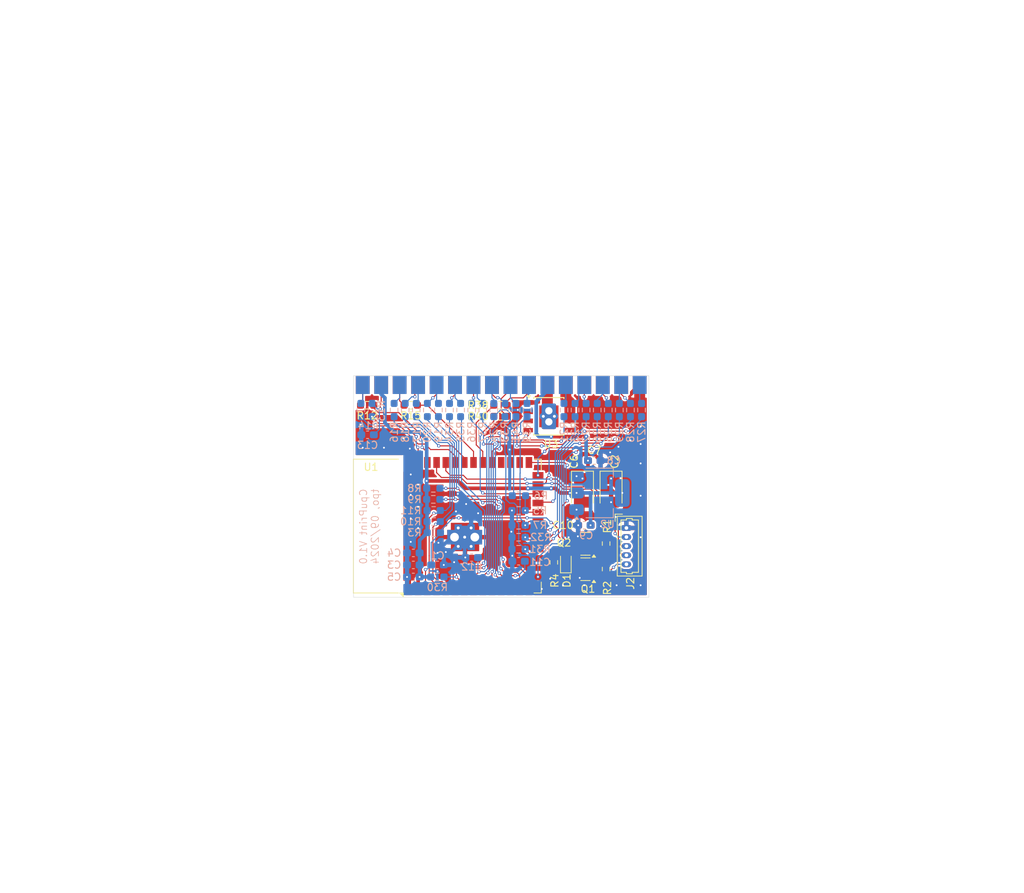
<source format=kicad_pcb>
(kicad_pcb (version 20240108) (generator "pcbnew") (generator_version "8.0")
  (layers (0 "F.Cu" signal) (31 "B.Cu" signal) (34 "B.Paste" user) (35 "F.Paste" user) (36 "B.SilkS" user "B.Silkscreen") (37 "F.SilkS" user "F.Silkscreen") (38 "B.Mask" user) (39 "F.Mask" user) (44 "Edge.Cuts" user))
  (net 0 "")
  (net 1 "P_SVO_Back_POS")
  (net 2 "P_SVO_Front_POS")
  (net 3 "P_Audio_BCLK")
  (net 4 "P_SVO_Front_SG")
  (net 5 "CHIP_PU_EN")
  (net 6 "P_M_Front_PWM")
  (net 7 "P_M_Left_PWM")
  (net 8 "P_Audio_DOUT")
  (net 9 "P_M_Right_DIR")
  (net 10 "P_SVO_Steer_SG")
  (net 11 "P_I2C1_SDA")
  (net 12 "P_I2C1_SCL")
  (net 13 "P_Sig_Back_SBUS")
  (net 14 "P_M_Right_PWM")
  (net 15 "GND")
  (net 16 "P_I2C0_SDA")
  (net 17 "P_I2C0_SCL")
  (net 18 "3V3")
  (net 19 "V5")
  (net 20 "SVO_Front_POS")
  (net 21 "P_M_Front_FB")
  (net 22 "P_Sig_Back_SG")
  (net 23 "P_SVO_Back_SG")
  (net 24 "P_M_Left_DIR")
  (net 25 "P_Sig_Front_SG")
  (net 26 "P_ON_OFF_BATT")
  (net 27 "P_SBUS_IN")
  (net 28 "P_M_Front_DIR")
  (net 29 "P_Sig_Front_SBUS")
  (net 30 "P_M_Right_FB")
  (net 31 "P_M_Left_FB")
  (net 32 "P_Audio_LRC")
  (net 33 "SVO_Back_POS")
  (net 34 "Net-(D1-A)")
  (net 35 "Vmot")
  (net 36 "V12")
  (net 37 "TXD0")
  (net 38 "RXD0")
  (net 39 "/RTS")
  (net 40 "/DTR")
  (net 41 "Net-(Q1-B)")
  (net 42 "Net-(Q2-B)")
  (net 43 "GPIO0")
  (net 44 "Net-(U1-IO46)")
  (net 45 "Mot_ON")
  (net 46 "Net-(U3-DEN)")
  (net 47 "I_MOT")
  (net 48 "I2C1_SDA")
  (net 49 "I2C1_SCL")
  (net 50 "I2C0_SDA")
  (net 51 "I2C0_SCL")
  (net 52 "SBUS_IN")
  (net 53 "VBATT_OFF")
  (net 54 "Audio_DOUT")
  (net 55 "Audio_BCLK")
  (net 56 "Audio_LRC")
  (net 57 "M_Front_PWM")
  (net 58 "M_Front_DIR")
  (net 59 "M_Front_FB")
  (net 60 "M_Right_PWM")
  (net 61 "M_Right_DIR")
  (net 62 "M_Right_FB")
  (net 63 "M_Left_PWM")
  (net 64 "M_Left_DIR")
  (net 65 "M_Left_FB")
  (net 66 "SVO_Steer_SG")
  (net 67 "SVO_Front_SG")
  (net 68 "SVO_Back_SG")
  (net 69 "Sig_Back_SBUS")
  (net 70 "Sig_Back_SG")
  (net 71 "Sig_Front_SBUS")
  (net 72 "Sig_Front_SG")
  (footprint "Resistor_SMD:R_0603_1608Metric_Pad0.98x0.95mm_HandSolder" (layer "F.Cu") (at 87.5265 50.038)
    (property "Reference" "R40")
    (property "Value" "680")
  )
  (footprint "Package_TO_SOT_SMD:SOT-23" (layer "F.Cu") (at 99.2185 67.583 180)
    (property "Reference" "Q2")
    (property "Value" "BC818")
  )
  (footprint "Resistor_SMD:R_0603_1608Metric_Pad0.98x0.95mm_HandSolder" (layer "F.Cu") (at 94.869 70.1275 90)
    (property "Reference" "R4")
    (property "Value" "680")
  )
  (footprint "TPO_LIB:Infineon_PG-DSO-8-43_tpo" (layer "F.Cu") (at 94.183 50.038)
    (property "Reference" "U3")
    (property "Value" "BTS5030-1EJA")
  )
  (footprint "Resistor_SMD:R_0603_1608Metric_Pad0.98x0.95mm_HandSolder" (layer "F.Cu") (at 87.5265 48.514)
    (property "Reference" "R38")
    (property "Value" "680")
  )
  (footprint "Capacitor_SMD:C_0603_1608Metric_Pad1.08x0.95mm_HandSolder" (layer "F.Cu") (at 100.4305 56.134)
    (property "Reference" "C7")
    (property "Value" "10u")
  )
  (footprint "Connector_EDGE:ConnEdge_2x16_2.54mm" (layer "F.Cu") (at 68.58 45.72)
    (property "Reference" "J1" (hide yes))
    (property "Value" "Conn_02x16_Odd_Even")
  )
  (footprint "LED_SMD:LED_0603_1608Metric" (layer "F.Cu") (at 96.52 70.0785 90)
    (property "Reference" "D1")
    (property "Value" "LED")
  )
  (footprint "Resistor_SMD:R_0603_1608Metric_Pad0.98x0.95mm_HandSolder" (layer "F.Cu") (at 102.061 67.5405 -90)
    (property "Reference" "R1")
    (property "Value" "10k")
  )
  (footprint "Package_TO_SOT_SMD:SOT-23" (layer "F.Cu") (at 99.2185 71.073 180)
    (property "Reference" "Q1")
    (property "Value" "BC818")
  )
  (footprint "Capacitor_SMD:C_0603_1608Metric_Pad1.08x0.95mm_HandSolder" (layer "F.Cu") (at 99.0865 65.024 180)
    (property "Reference" "C10")
    (property "Value" "10u")
  )
  (footprint "Capacitor_Tantalum_SMD:CP_EIA-3528-21_Kemet-B_Pad1.50x2.35mm_HandSolder" (layer "F.Cu") (at 102.743 60.224 -90)
    (property "Reference" "C2")
    (property "Value" "100u/6,3V")
  )
  (footprint "Capacitor_Tantalum_SMD:CP_EIA-3528-21_Kemet-B_Pad1.50x2.35mm_HandSolder" (layer "F.Cu") (at 98.806 60.224 -90)
    (property "Reference" "C6")
    (property "Value" "100u/6,3V")
  )
  (footprint "Resistor_SMD:R_0603_1608Metric_Pad0.98x0.95mm_HandSolder" (layer "F.Cu") (at 102.061 71.0495 90)
    (property "Reference" "R2")
    (property "Value" "10k")
  )
  (footprint "Resistor_SMD:R_0603_1608Metric_Pad0.98x0.95mm_HandSolder" (layer "F.Cu") (at 69.1915 48.514 180)
    (property "Reference" "R12")
    (property "Value" "680")
  )
  (footprint "Resistor_SMD:R_0603_1608Metric_Pad0.98x0.95mm_HandSolder" (layer "F.Cu") (at 75.184 48.514 180)
    (property "Reference" "R15")
    (property "Value" "680")
  )
  (footprint "TPO_LIB:ESP32-S3-WROOM-1_tpo" (layer "F.Cu") (at 80.19 65.138 90)
    (property "Reference" "U1")
    (property "Value" "ESP32-S3-WROOM-1")
  )
  (footprint "Connector_Molex:Molex_PicoBlade_53047-0510_1x05_P1.25mm_Vertical" (layer "F.Cu") (at 104.855 65.398 -90)
    (property "Reference" "J2")
    (property "Value" "PROG_DBG")
  )
  (footprint "Resistor_SMD:R_0603_1608Metric_Pad0.98x0.95mm_HandSolder" (layer "B.Cu") (at 68.326 49.1725 90)
    (property "Reference" "R14")
    (property "Value" "680")
  )
  (footprint "Resistor_SMD:R_0603_1608Metric_Pad0.98x0.95mm_HandSolder" (layer "B.Cu") (at 100.838 49.1725 90)
    (property "Reference" "R26")
    (property "Value" "680")
  )
  (footprint "Resistor_SMD:R_0603_1608Metric_Pad0.98x0.95mm_HandSolder" (layer "B.Cu") (at 86.614 49.1725 90)
    (property "Reference" "R24")
    (property "Value" "680")
  )
  (footprint "Capacitor_SMD:C_0603_1608Metric_Pad1.08x0.95mm_HandSolder" (layer "B.Cu") (at 69.2415 52.578)
    (property "Reference" "C13")
    (property "Value" "1u")
  )
  (footprint "Capacitor_SMD:C_0603_1608Metric_Pad1.08x0.95mm_HandSolder" (layer "B.Cu") (at 75.5385 70.485 180)
    (property "Reference" "C3")
    (property "Value" "10u")
  )
  (footprint "Resistor_SMD:R_0603_1608Metric_Pad0.98x0.95mm_HandSolder" (layer "B.Cu") (at 90.0665 60.96 180)
    (property "Reference" "R6")
    (property "Value" "1k")
  )
  (footprint "Resistor_SMD:R_0603_1608Metric_Pad0.98x0.95mm_HandSolder" (layer "B.Cu") (at 78.3355 64.516 180)
    (property "Reference" "R10")
    (property "Value" "4k7")
  )
  (footprint "Resistor_SMD:R_0603_1608Metric_Pad0.98x0.95mm_HandSolder" (layer "B.Cu") (at 78.2885 59.944 180)
    (property "Reference" "R8")
    (property "Value" "4k7")
  )
  (footprint "Resistor_SMD:R_0603_1608Metric_Pad0.98x0.95mm_HandSolder" (layer "B.Cu") (at 78.3355 62.992 180)
    (property "Reference" "R11")
    (property "Value" "4k7")
  )
  (footprint "Resistor_SMD:R_0603_1608Metric_Pad0.98x0.95mm_HandSolder" (layer "B.Cu") (at 78.359 66.04 180)
    (property "Reference" "R3")
    (property "Value" "10k")
  )
  (footprint "Resistor_SMD:R_0603_1608Metric_Pad0.98x0.95mm_HandSolder" (layer "B.Cu") (at 75.946 49.1725 90)
    (property "Reference" "R17")
    (property "Value" "100")
  )
  (footprint "Resistor_SMD:R_0603_1608Metric_Pad0.98x0.95mm_HandSolder" (layer "B.Cu") (at 89.662 49.1725 90)
    (property "Reference" "R41")
    (property "Value" "680")
  )
  (footprint "Capacitor_SMD:C_0603_1608Metric_Pad1.08x0.95mm_HandSolder" (layer "B.Cu") (at 99.06 65.024 180)
    (property "Reference" "C9")
    (property "Value" "100n")
  )
  (footprint "Resistor_SMD:R_0603_1608Metric_Pad0.98x0.95mm_HandSolder" (layer "B.Cu") (at 78.994 49.1725 90)
    (property "Reference" "R19")
    (property "Value" "100")
  )
  (footprint "Resistor_SMD:R_0603_1608Metric_Pad0.98x0.95mm_HandSolder" (layer "B.Cu") (at 106.934 49.1725 90)
    (property "Reference" "R27")
    (property "Value" "680")
  )
  (footprint "Resistor_SMD:R_0603_1608Metric_Pad0.98x0.95mm_HandSolder" (layer "B.Cu") (at 103.886 49.1725 90)
    (property "Reference" "R29")
    (property "Value" "680")
  )
  (footprint "Capacitor_SMD:C_0603_1608Metric_Pad1.08x0.95mm_HandSolder" (layer "B.Cu") (at 100.4305 56.134)
    (property "Reference" "C8")
    (property "Value" "100n")
  )
  (footprint "Resistor_SMD:R_0603_1608Metric_Pad0.98x0.95mm_HandSolder" (layer "B.Cu") (at 90.0195 68.326 180)
    (property "Reference" "R31")
    (property "Value" "4K7")
  )
  (footprint "Resistor_SMD:R_0603_1608Metric_Pad0.98x0.95mm_HandSolder" (layer "B.Cu") (at 90.0195 62.992)
    (property "Reference" "R5")
    (property "Value" "4k7")
  )
  (footprint "Resistor_SMD:R_0603_1608Metric_Pad0.98x0.95mm_HandSolder" (layer "B.Cu") (at 72.898 49.1725 90)
    (property "Reference" "R16")
    (property "Value" "680")
  )
  (footprint "Resistor_SMD:R_0603_1608Metric_Pad0.98x0.95mm_HandSolder" (layer "B.Cu") (at 78.2885 61.468 180)
    (property "Reference" "R9")
    (property "Value" "4k7")
  )
  (footprint "Capacitor_SMD:C_0603_1608Metric_Pad1.08x0.95mm_HandSolder" (layer "B.Cu") (at 83.566 69.469 180)
    (property "Reference" "C12")
    (property "Value" "1u")
  )
  (footprint "Resistor_SMD:R_0603_1608Metric_Pad0.98x0.95mm_HandSolder" (layer "B.Cu") (at 77.47 49.1725 90)
    (property "Reference" "R20")
    (property "Value" "100")
  )
  (footprint "Resistor_SMD:R_0603_1608Metric_Pad0.98x0.95mm_HandSolder" (layer "B.Cu") (at 91.186 49.1725 90)
    (property "Reference" "R39")
    (property "Value" "680")
  )
  (footprint "Resistor_SMD:R_0603_1608Metric_Pad0.98x0.95mm_HandSolder" (layer "B.Cu") (at 69.85 49.1725 90)
    (property "Reference" "R13")
    (property "Value" "100")
  )
  (footprint "Resistor_SMD:R_0603_1608Metric_Pad0.98x0.95mm_HandSolder" (layer "B.Cu") (at 99.314 49.1725 90)
    (property "Reference" "R22")
    (property "Value" "680")
  )
  (footprint "Resistor_SMD:R_0603_1608Metric_Pad0.98x0.95mm_HandSolder" (layer "B.Cu") (at 105.41 49.1725 90)
    (property "Reference" "R28")
    (property "Value" "680")
  )
  (footprint "Resistor_SMD:R_0603_1608Metric_Pad0.98x0.95mm_HandSolder" (layer "B.Cu") (at 97.79 49.1725 90)
    (property "Reference" "R23")
    (property "Value" "680")
  )
  (footprint "Resistor_SMD:R_0603_1608Metric_Pad0.98x0.95mm_HandSolder" (layer "B.Cu") (at 74.422 49.1725 90)
    (property "Reference" "R18")
    (property "Value" "100")
  )
  (footprint "Resistor_SMD:R_0603_1608Metric_Pad0.98x0.95mm_HandSolder" (layer "B.Cu") (at 83.566 49.1725 90)
    (property "Reference" "R36")
    (property "Value" "680")
  )
  (footprint "Package_TO_SOT_SMD:SOT-223-3_TabPin2" (layer "B.Cu") (at 101.143 60.579)
    (property "Reference" "U2")
    (property "Value" "LD1117S33TR_SOT223")
  )
  (footprint "Capacitor_SMD:C_0603_1608Metric_Pad1.08x0.95mm_HandSolder" (layer "B.Cu") (at 78.867 70.485)
    (property "Reference" "C1")
    (property "Value" "1u")
  )
  (footprint "Resistor_SMD:R_0603_1608Metric_Pad0.98x0.95mm_HandSolder" (layer "B.Cu") (at 80.518 49.1725 90)
    (property "Reference" "R34")
    (property "Value" "680")
  )
  (footprint "Resistor_SMD:R_0603_1608Metric_Pad0.98x0.95mm_HandSolder" (layer "B.Cu") (at 90.0195 65.024)
    (property "Reference" "R7")
    (property "Value" "1k")
  )
  (footprint "Capacitor_SMD:C_0603_1608Metric_Pad1.08x0.95mm_HandSolder" (layer "B.Cu") (at 75.5385 68.834 180)
    (property "Reference" "C4")
    (property "Value" "10u")
  )
  (footprint "Resistor_SMD:R_0603_1608Metric_Pad0.98x0.95mm_HandSolder" (layer "B.Cu") (at 78.8435 72.136)
    (property "Reference" "R30")
    (property "Value" "4k7")
  )
  (footprint "Resistor_SMD:R_0603_1608Metric_Pad0.98x0.95mm_HandSolder" (layer "B.Cu") (at 85.09 49.1725 90)
    (property "Reference" "R37")
    (property "Value" "680")
  )
  (footprint "Resistor_SMD:R_0603_1608Metric_Pad0.98x0.95mm_HandSolder" (layer "B.Cu") (at 90.0195 66.675 180)
    (property "Reference" "R32")
    (property "Value" "4K7")
  )
  (footprint "Resistor_SMD:R_0603_1608Metric_Pad0.98x0.95mm_HandSolder" (layer "B.Cu") (at 96.266 49.1725 90)
    (property "Reference" "R21")
    (property "Value" "680")
  )
  (footprint "Capacitor_SMD:C_0603_1608Metric_Pad1.08x0.95mm_HandSolder" (layer "B.Cu") (at 90.0165 69.977 180)
    (property "Reference" "C11")
    (property "Value" "1u")
  )
  (footprint "Resistor_SMD:R_0603_1608Metric_Pad0.98x0.95mm_HandSolder" (layer "B.Cu") (at 82.042 49.1725 90)
    (property "Reference" "R35")
    (property "Value" "680")
  )
  (footprint "Resistor_SMD:R_0603_1608Metric_Pad0.98x0.95mm_HandSolder" (layer "B.Cu") (at 88.138 49.1725 90)
    (property "Reference" "R33")
    (property "Value" "680")
  )
  (footprint "Capacitor_SMD:C_0603_1608Metric_Pad1.08x0.95mm_HandSolder" (layer "B.Cu") (at 75.5385 72.136 180)
    (property "Reference" "C5")
    (property "Value" "100n")
  )
  (footprint "Resistor_SMD:R_0603_1608Metric_Pad0.98x0.95mm_HandSolder" (layer "B.Cu") (at 102.362 49.1725 90)
    (property "Reference" "R25")
    (property "Value" "680")
  )
  (gr_rect (start 67.31 44.45) (end 107.95 74.93) (stroke (width 0.05)) (fill none) (layer "Edge.Cuts"))
  (gr_text "CpuPrint V1.0 \ntpo, 09/2024" (at 70.866 59.944 90) (layer "B.SilkS") (effects (font (size 1 1) (thickness 0.1)) (justify left bottom mirror)))
  (segment (start 84.328 46.228) (end 84.328 47.498) (width 0.15) (layer "B.Cu") (net 1))
  (segment (start 84.328 47.498) (end 85.09 48.26) (width 0.15) (layer "B.Cu") (net 1))
  (segment (start 83.82 45.72) (end 84.328 46.228) (width 0.15) (layer "B.Cu") (net 1))
  (segment (start 81.28 47.498) (end 82.042 48.26) (width 0.15) (layer "B.Cu") (net 2))
  (segment (start 81.28 45.72) (end 81.28 47.498) (width 0.15) (layer "B.Cu") (net 2))
  (segment (start 73.66 45.72) (end 73.66 47.9025) (width 0.15) (layer "F.Cu") (net 3))
  (segment (start 73.66 47.9025) (end 74.2715 48.514) (width 0.15) (layer "F.Cu") (net 3))
  (segment (start 81.28 47.048) (end 80.83 47.498) (width 0.15) (layer "F.Cu") (net 4))
  (segment (start 81.28 45.72) (end 81.28 47.048) (width 0.15) (layer "F.Cu") (net 4))
  (via (at 80.83 47.498) (size 0.45) (drill 0.25) (layers "F.Cu" "B.Cu") (net 4))
  (segment (start 80.83 47.498) (end 80.83 47.948) (width 0.15) (layer "B.Cu") (net 4))
  (segment (start 80.83 47.948) (end 80.518 48.26) (width 0.15) (layer "B.Cu") (net 4))
  (segment (start 97.536 68.58) (end 95.504 66.548) (width 0.15) (layer "F.Cu") (net 5))
  (segment (start 94.615 64.643) (end 94.488 64.643) (width 0.15) (layer "F.Cu") (net 5))
  (segment (start 77.216 73.025) (end 77.216 71.374) (width 0.15) (layer "F.Cu") (net 5))
  (segment (start 95.504 65.532) (end 94.615 64.643) (width 0.15) (layer "F.Cu") (net 5))
  (segment (start 97.536 70.328) (end 97.536 68.58) (width 0.15) (layer "F.Cu") (net 5))
  (segment (start 77.216 71.374) (end 77.216 71.12) (width 0.15) (layer "F.Cu") (net 5))
  (segment (start 98.281 71.073) (end 97.536 70.328) (width 0.15) (layer "F.Cu") (net 5))
  (segment (start 90.932 64.008) (end 91.186 64.008) (width 0.15) (layer "F.Cu") (net 5))
  (segment (start 81.788 64.008) (end 90.932 64.008) (width 0.15) (layer "F.Cu") (net 5))
  (segment (start 95.504 66.548) (end 95.504 65.532) (width 0.15) (layer "F.Cu") (net 5))
  (segment (start 77.47 73.279) (end 77.216 73.025) (width 0.15) (layer "F.Cu") (net 5))
  (segment (start 77.47 73.888) (end 77.47 73.279) (width 0.15) (layer "F.Cu") (net 5))
  (via (at 81.788 64.008) (size 0.45) (drill 0.25) (layers "F.Cu" "B.Cu") (net 5))
  (via (at 94.488 64.643) (size 0.45) (drill 0.25) (layers "F.Cu" "B.Cu") (net 5))
  (via (at 77.216 71.12) (size 0.45) (drill 0.25) (layers "F.Cu" "B.Cu") (net 5))
  (via (at 91.186 64.008) (size 0.45) (drill 0.25) (layers "F.Cu" "B.Cu") (net 5))
  (segment (start 81.788 64.008) (end 81.026 64.008) (width 0.15) (layer "B.Cu") (net 5))
  (segment (start 79.502 65.532) (end 79.502 65.8095) (width 0.15) (layer "B.Cu") (net 5))
  (segment (start 77.3695 71.12) (end 78.0045 70.485) (width 0.15) (layer "B.Cu") (net 5))
  (segment (start 81.026 64.008) (end 79.502 65.532) (width 0.15) (layer "B.Cu") (net 5))
  (segment (start 77.216 71.12) (end 77.3695 71.12) (width 0.15) (layer "B.Cu") (net 5))
  (segment (start 78.0045 70.485) (end 78.0045 67.4105) (width 0.15) (layer "B.Cu") (net 5))
  (segment (start 94.488 64.643) (end 93.853 64.008) (width 0.15) (layer "B.Cu") (net 5))
  (segment (start 93.853 64.008) (end 91.186 64.008) (width 0.15) (layer "B.Cu") (net 5))
  (segment (start 78.0045 67.4105) (end 79.2715 66.1435) (width 0.15) (layer "B.Cu") (net 5))
  (segment (start 79.502 65.8095) (end 79.2715 66.04) (width 0.15) (layer "B.Cu") (net 5))
  (segment (start 79.2715 66.1435) (end 79.2715 66.04) (width 0.15) (layer "B.Cu") (net 5))
  (segment (start 96.52 48.006) (end 96.266 48.26) (width 0.15) (layer "B.Cu") (net 6))
  (segment (start 96.52 45.72) (end 96.52 48.006) (width 0.15) (layer "B.Cu") (net 6))
  (segment (start 106.68 45.72) (end 106.68 48.006) (width 0.15) (layer "B.Cu") (net 7))
  (segment (start 106.68 48.006) (end 106.934 48.26) (width 0.15) (layer "B.Cu") (net 7))
  (segment (start 68.58 48.006) (end 68.326 48.26) (width 0.15) (layer "B.Cu") (net 8))
  (segment (start 68.58 45.72) (end 68.58 48.006) (width 0.15) (layer "B.Cu") (net 8))
  (segment (start 101.6 46.99) (end 102.108 47.498) (width 0.15) (layer "F.Cu") (net 9))
  (segment (start 101.6 45.72) (end 101.6 46.99) (width 0.15) (layer "F.Cu") (net 9))
  (via (at 102.108 47.498) (size 0.45) (drill 0.25) (layers "F.Cu" "B.Cu") (net 9))
  (segment (start 102.108 48.006) (end 102.362 48.26) (width 0.15) (layer "B.Cu") (net 9))
  (segment (start 102.108 47.498) (end 102.108 48.006) (width 0.15) (layer "B.Cu") (net 9))
  (segment (start 86.837701 47.467701) (end 87.141989 47.467701) (width 0.15) (layer "F.Cu") (net 10))
  (segment (start 86.614 47.244) (end 86.837701 47.467701) (width 0.15) (layer "F.Cu") (net 10))
  (segment (start 86.36 46.99) (end 86.614 47.244) (width 0.15) (layer "F.Cu") (net 10))
  (segment (start 86.36 45.72) (end 86.36 46.99) (width 0.15) (layer "F.Cu") (net 10))
  (via (at 87.141989 47.467701) (size 0.45) (drill 0.25) (layers "F.Cu" "B.Cu") (net 10))
  (segment (start 87.345701 47.467701) (end 88.138 48.26) (width 0.15) (layer "B.Cu") (net 10))
  (segment (start 87.141989 47.467701) (end 87.345701 47.467701) (width 0.15) (layer "B.Cu") (net 10))
  (segment (start 78.74 45.72) (end 78.74 48.006) (width 0.15) (layer "B.Cu") (net 11))
  (segment (start 78.74 48.006) (end 78.994 48.26) (width 0.15) (layer "B.Cu") (net 11))
  (segment (start 78.74 46.99) (end 78.232 47.498) (width 0.15) (layer "F.Cu") (net 12))
  (segment (start 78.74 45.72) (end 78.74 46.99) (width 0.15) (layer "F.Cu") (net 12))
  (via (at 78.232 47.498) (size 0.45) (drill 0.25) (layers "F.Cu" "B.Cu") (net 12))
  (segment (start 78.232 47.498) (end 77.47 48.26) (width 0.15) (layer "B.Cu") (net 12))
  (segment (start 91.44 45.72) (end 91.44 46.736) (width 0.15) (layer "F.Cu") (net 13))
  (segment (start 91.44 46.736) (end 90.678 47.498) (width 0.15) (layer "F.Cu") (net 13))
  (segment (start 88.9 47.498) (end 88.439 47.959) (width 0.15) (layer "F.Cu") (net 13))
  (segment (start 90.678 47.498) (end 88.9 47.498) (width 0.15) (layer "F.Cu") (net 13))
  (segment (start 88.439 47.959) (end 88.439 48.514) (width 0.15) (layer "F.Cu") (net 13))
  (segment (start 86.36 47.498) (end 86.614 47.752) (width 0.15) (layer "B.Cu") (net 14))
  (segment (start 86.36 45.72) (end 86.36 47.498) (width 0.15) (layer "B.Cu") (net 14))
  (segment (start 86.614 47.752) (end 86.614 48.26) (width 0.15) (layer "B.Cu") (net 14))
  (segment (start 98.792 55.259) (end 100.418 55.259) (width 0.5) (layer "F.Cu") (net 15))
  (segment (start 92.456 54.737) (end 93.472 55.753) (width 0.5) (layer "F.Cu") (net 15))
  (segment (start 88.773 51.562) (end 89.916 50.419) (width 0.5) (layer "F.Cu") (net 15))
  (segment (start 88.9 54.737) (end 92.456 54.737) (width 0.5) (layer "F.Cu") (net 15))
  (segment (start 93.472 55.753) (end 97.917 55.753) (width 0.5) (layer "F.Cu") (net 15))
  (segment (start 89.916 48.768) (end 90.551 48.133) (width 0.5) (layer "F.Cu") (net 15))
  (segment (start 98.806 61.849) (end 98.806 62.066) (width 0.5) (layer "F.Cu") (net 15))
  (segment (start 89.916 49.149) (end 89.916 48.768) (width 0.5) (layer "F.Cu") (net 15))
  (segment (start 88.773 51.689) (end 88.773 51.562) (width 0.5) (layer "F.Cu") (net 15))
  (segment (start 106.68 45.72) (end 106.68 48.26) (width 1.5) (layer "F.Cu") (net 15))
  (segment (start 100.418 55.259) (end 101.293 56.134) (width 0.5) (layer "F.Cu") (net 15))
  (segment (start 98.298 55.753) (end 98.792 55.259) (width 0.5) (layer "F.Cu") (net 15))
  (segment (start 88.773 54.61) (end 88.9 54.737) (width 0.5) (layer "F.Cu") (net 15))
  (segment (start 89.916 50.419) (end 89.916 49.149) (width 0.5) (layer "F.Cu") (net 15))
  (segment (start 98.806 62.066) (end 97.993 62.879) (width 0.5) (layer "F.Cu") (net 15))
  (segment (start 90.551 48.133) (end 91.389 48.133) (width 0.5) (layer "F.Cu") (net 15))
  (segment (start 97.917 55.753) (end 98.298 55.753) (width 0.5) (layer "F.Cu") (net 15))
  (via (at 102.616 54.991) (size 0.45) (drill 0.25) (layers "F.Cu" "B.Cu") (net 15))
  (via (at 82.804 62.103) (size 0.45) (drill 0.25) (layers "F.Cu" "B.Cu") (net 15))
  (via (at 79.7295 70.485) (size 0.45) (drill 0.25) (layers "F.Cu" "B.Cu") (net 15))
  (via (at 74.676 72.136) (size 0.45) (drill 0.25) (layers "F.Cu" "B.Cu") (net 15))
  (via (at 106.807 73.279) (size 0.45) (drill 0.25) (layers "F.Cu" "B.Cu") (net 15))
  (via (at 106.807 66.675) (size 0.45) (drill 0.25) (layers "F.Cu" "B.Cu") (net 15))
  (via (at 81.153 70.104) (size 0.45) (drill 0.25) (layers "F.Cu" "B.Cu") (net 15))
  (via (at 82.69025 69.45575) (size 0.45) (drill 0.25) (layers "F.Cu" "B.Cu") (net 15))
  (via (at 96.901 66.675) (size 0.45) (drill 0.25) (layers "F.Cu" "B.Cu") (net 15))
  (via (at 76.2 62.484) (size 0.45) (drill 0.25) (layers "F.Cu" "B.Cu") (net 15))
  (via (at 88.773 51.689) (size 0.6) (drill 0.25) (layers "F.Cu" "B.Cu") (net 15))
  (via (at 75.184 58.039) (size 0.45) (drill 0.25) (layers "F.Cu" "B.Cu") (net 15))
  (via (at 97.917 55.753) (size 0.45) (drill 0.25) (layers "F.Cu" "B.Cu") (net 15))
  (via (at 74.168 53.086) (size 0.45) (drill 0.25) (layers "F.Cu" "B.Cu") (net 15))
  (via (at 103.505 73.279) (size 0.45) (drill 0.25) (layers "F.Cu" "B.Cu") (net 15))
  (via (at 75.184 64.135) (size 0.45) (drill 0.25) (layers "F.Cu" "B.Cu") (net 15))
  (via (at 101.346 65.151) (size 0.45) (drill 0.25) (layers "F.Cu" "B.Cu") (net 15))
  (via (at 88.773 54.61) (size 0.6) (drill 0.25) (layers "F.Cu" "B.Cu") (net 15))
  (via (at 98.044 56.769) (size 0.45) (drill 0.25) (layers "F.Cu" "B.Cu") (net 15))
  (via (at 89.027 65.913) (size 0.45) (drill 0.25) (layers "F.Cu" "B.Cu") (net 15))
  (via (at 71.501 54.356) (size 0.45) (drill 0.25) (layers "F.Cu" "B.Cu") (net 15))
  (via (at 98.425 72.263) (size 0.45) (drill 0.25) (layers "F.Cu" "B.Cu") (net 15))
  (via (at 75.057 54.483) (size 0.45) (drill 0.25) (layers "F.Cu" "B.Cu") (net 15))
  (via (at 99.06 73.279) (size 0.45) (drill 0.25) (layers "F.Cu" "B.Cu") (net 15))
  (via (at 89.916 49.149) (size 0.45) (drill 0.25) (layers "F.Cu" "B.Cu") (net 15))
  (via (at 68.326 51.181) (size 0.45) (drill 0.25) (layers "F.Cu" "B.Cu") (net 15))
  (via (at 89.154 69.215) (size 0.45) (drill 0.25) (layers "F.Cu" "B.Cu") (net 15))
  (via (at 106.807 53.848) (size 0.45) (drill 0.25) (layers "F.Cu" "B.Cu") (net 15))
  (via (at 103.378 63.881) (size 0.45) (drill 0.25) (layers "F.Cu" "B.Cu") (net 15))
  (via (at 106.807 51.435) (size 0.45) (drill 0.25) (layers "F.Cu" "B.Cu") (net 15))
  (via (at 102.743 61.849) (size 0.45) (drill 0.25) (layers "F.Cu" "B.Cu") (net 15))
  (via (at 78.994 67.437) (size 0.45) (drill 0.25) (layers "F.Cu" "B.Cu") (net 15))
  (via (at 84.455 63.373) (size 0.45) (drill 0.25) (layers "F.Cu" "B.Cu") (net 15))
  (via (at 75.184 67.31) (size 0.45) (drill 0.25) (layers "F.Cu" "B.Cu") (net 15))
  (via (at 80.01 68.707) (size 0.45) (drill 0.25) (layers "F.Cu" "B.Cu") (net 15))
  (via (at 68.58 54.356) (size 0.45) (drill 0.25) (layers "F.Cu" "B.Cu") (net 15))
  (via (at 103.759 54.229) (size 0.45) (drill 0.25) (layers "F.Cu" "B.Cu") (net 15))
  (via (at 96.139 73.279) (size 0.45) (drill 0.25) (layers "F.Cu" "B.Cu") (net 15))
  (via (at 97.993 62.879) (size 0.6) (drill 0.25) (layers "F.Cu" "B.Cu") (net 15))
  (via (at 78.867 71.374) (size 0.45) (drill 0.25) (layers "F.Cu" "B.Cu") (net 15))
  (via (at 96.774 64.262) (size 0.45) (drill 0.25) (layers "F.Cu" "B.Cu") (net 15))
  (via (at 81.661 60.706) (size 0.45) (drill 0.25) (layers "F.Cu" "B.Cu") (net 15))
  (via (at 89.107 62.992) (size 0.45) (drill 0.25) (layers "F.Cu" "B.Cu") (net 15))
  (via (at 98.224 65.024) (size 0.6) (drill 0.25) (layers "F.Cu" "B.Cu") (net 15))
  (via (at 78.867 68.834) (size 0.45) (drill 0.25) (layers "F.Cu" "B.Cu") (net 15))
  (via (at 81.407 63.119) (size 0.45) (drill 0.25) (layers "F.Cu" "B.Cu") (net 15))
  (via (at 76.2 59.436) (size 0.45) (drill 0.25) (layers "F.Cu" "B.Cu") (net 15))
  (via (at 105.41 53.34) (size 0.45) (drill 0.25) (layers "F.Cu" "B.Cu") (net 15))
  (via (at 94.361 72.39) (size 0.45) (drill 0.25) (layers "F.Cu" "B.Cu") (net 15))
  (via (at 98.171 66.548) (size 0.45) (drill 0.25) (layers "F.Cu" "B.Cu") (net 15))
  (via (at 75.184 60.833) (size 0.45) (drill 0.25) (layers "F.Cu" "B.Cu") (net 15))
  (via (at 106.807 60.96) (size 0.45) (drill 0.25) (layers "F.Cu" "B.Cu") (net 15))
  (via (at 106.807 56.515) (size 0.45) (drill 0.25) (layers "F.Cu" "B.Cu") (net 15))
  (via (at 93.218 73.787) (size 0.45) (drill 0.25) (layers "F.Cu" "B.Cu") (net 15))
  (via (at 76.2 65.405) (size 0.45) (drill 0.25) (layers "F.Cu" "B.Cu") (net 15))
  (segment (start 82.603 66.662) (end 82.603 66.876) (width 0.5) (layer "B.Cu") (net 15))
  (segment (start 82.603 69.3685) (end 82.69025 69.45575) (width 0.5) (layer "B.Cu") (net 15))
  (segment (start 88.773 51.689) (end 88.714 51.748) (width 0.5) (layer "B.Cu") (net 15))
  (segment (start 88.714 51.748) (end 88.714 54.551) (width 0.5) (layer "B.Cu") (net 15))
  (segment (start 82.69025 69.45575) (end 82.7035 69.469) (width 0.5) (layer "B.Cu") (net 15))
  (segment (start 80.785 66.662) (end 79.375 68.072) (width 0.5) (layer "B.Cu") (net 15))
  (segment (start 88.714 54.551) (end 88.773 54.61) (width 0.5) (layer "B.Cu") (net 15))
  (segment (start 98.1975 65.024) (end 98.224 65.024) (width 0.5) (layer "B.Cu") (net 15))
  (segment (start 82.603 66.876) (end 80.518 68.961) (width 0.5) (layer "B.Cu") (net 15))
  (segment (start 82.603 66.662) (end 82.603 69.3685) (width 0.5) (layer "B.Cu") (net 15))
  (segment (start 76.2 48.006) (end 75.946 48.26) (width 0.15) (layer "B.Cu") (net 16))
  (segment (start 76.2 45.72) (end 76.2 48.006) (width 0.15) (layer "B.Cu") (net 16))
  (segment (start 75.75 46.17) (end 75.75 47.345) (width 0.15) (layer "F.Cu") (net 17))
  (segment (start 76.2 45.72) (end 75.75 46.17) (width 0.15) (layer "F.Cu") (net 17))
  (via (at 75.75 47.345) (size 0.45) (drill 0.25) (layers "F.Cu" "B.Cu") (net 17))
  (segment (start 75.75 47.345) (end 75.337 47.345) (width 0.15) (layer "B.Cu") (net 17))
  (segment (start 75.337 47.345) (end 74.422 48.26) (width 0.15) (layer "B.Cu") (net 17))
  (segment (start 95.758 60.579) (end 97.09 60.579) (width 0.5) (layer "F.Cu") (net 18))
  (segment (start 82.677 59.944) (end 81.661 58.928) (width 0.5) (layer "F.Cu") (net 18))
  (segment (start 95.123 59.944) (end 94.488 59.944) (width 0.5) (layer "F.Cu") (net 18))
  (segment (start 81.661 58.928) (end 77.376 58.928) (width 0.5) (layer "F.Cu") (net 18))
  (segment (start 97.993 60.579) (end 97.09 60.579) (width 0.5) (layer "F.Cu") (net 18))
  (segment (start 76.2 72.464) (end 76.401 72.263) (width 0.5) (layer "F.Cu") (net 18))
  (segment (start 95.123 59.944) (end 95.758 60.579) (width 0.5) (layer "F.Cu") (net 18))
  (segment (start 76.2 73.888) (end 76.2 72.464) (width 0.5) (layer "F.Cu") (net 18))
  (segment (start 91.313 59.944) (end 82.677 59.944) (width 0.5) (layer "F.Cu") (net 18))
  (segment (start 102.743 59.029) (end 104.293 60.579) (width 0.5) (layer "F.Cu") (net 18))
  (segment (start 102.743 58.599) (end 102.743 59.029) (width 0.5) (layer "F.Cu") (net 18))
  (via (at 102.743 58.599) (size 0.6) (drill 0.25) (layers "F.Cu" "B.Cu") (net 18))
  (via (at 97.993 60.579) (size 0.6) (drill 0.25) (layers "F.Cu" "B.Cu") (net 18))
  (via (at 99.9225 65.024) (size 0.6) (drill 0.25) (layers "F.Cu" "B.Cu") (net 18))
  (via (at 94.488 59.944) (size 0.6) (drill 0.25) (layers "F.Cu" "B.Cu") (net 18))
  (via (at 76.401 72.136) (size 0.6) (drill 0.25) (layers "F.Cu" "B.Cu") (net 18))
  (via (at 97.09 60.579) (size 0.6) (drill 0.25) (layers "F.Cu" "B.Cu") (net 18))
  (via (at 77.376 58.928) (size 0.6) (drill 0.25) (layers "F.Cu" "B.Cu") (net 18))
  (via (at 91.313 59.944) (size 0.6) (drill 0.25) (layers "F.Cu" "B.Cu") (net 18))
  (via (at 104.293 60.579) (size 0.6) (drill 0.25) (layers "F.Cu" "B.Cu") (net 18))
  (segment (start 102.743 60.579) (end 102.743 58.599) (width 0.5) (layer "B.Cu") (net 18))
  (segment (start 77.376 53.246) (end 77.376 58.928) (width 0.5) (layer "B.Cu") (net 18))
  (segment (start 71.12 45.72) (end 71.12 46.99) (width 0.5) (layer "B.Cu") (net 18))
  (segment (start 99.822 60.579) (end 102.743 60.579) (width 0.5) (layer "B.Cu") (net 18))
  (segment (start 76.327 52.197) (end 77.376 53.246) (width 0.5) (layer "B.Cu") (net 18))
  (segment (start 77.931 72.136) (end 76.401 72.136) (width 0.5) (layer "B.Cu") (net 18))
  (segment (start 71.12 46.99) (end 71.628 47.498) (width 0.5) (layer "B.Cu") (net 18))
  (segment (start 76.401 68.834) (end 76.401 67.0855) (width 0.5) (layer "B.Cu") (net 18))
  (segment (start 71.628 47.498) (end 71.628 50.927) (width 0.5) (layer "B.Cu") (net 18))
  (segment (start 99.9225 60.6795) (end 99.822 60.579) (width 0.5) (layer "B.Cu") (net 18))
  (segment (start 76.401 67.0855) (end 77.4465 66.04) (width 0.5) (layer "B.Cu") (net 18))
  (segment (start 77.423 61.515) (end 77.376 61.468) (width 0.5) (layer "B.Cu") (net 18))
  (segment (start 72.898 52.197) (end 76.327 52.197) (width 0.5) (layer "B.Cu") (net 18))
  (segment (start 76.401 68.834) (end 76.401 70.485) (width 0.5) (layer "B.Cu") (net 18))
  (segment (start 77.376 61.468) (end 77.376 59.944) (width 0.5) (layer "B.Cu") (net 18))
  (segment (start 99.9225 65.024) (end 99.9225 60.6795) (width 0.5) (layer "B.Cu") (net 18))
  (segment (start 76.401 72.136) (end 76.401 70.485) (width 0.5) (layer "B.Cu") (net 18))
  (segment (start 102.743 60.579) (end 104.293 60.579) (width 0.5) (layer "B.Cu") (net 18))
  (segment (start 97.993 60.579) (end 99.822 60.579) (width 0.5) (layer "B.Cu") (net 18))
  (segment (start 71.628 50.927) (end 72.898 52.197) (width 0.5) (layer "B.Cu") (net 18))
  (segment (start 77.376 58.928) (end 77.376 59.944) (width 0.5) (layer "B.Cu") (net 18))
  (segment (start 77.4465 66.04) (end 77.4465 64.5395) (width 0.5) (layer "B.Cu") (net 18))
  (segment (start 77.4465 64.5395) (end 77.423 64.516) (width 0.5) (layer "B.Cu") (net 18))
  (segment (start 94.488 59.944) (end 91.313 59.944) (width 0.5) (layer "B.Cu") (net 18))
  (segment (start 77.423 62.992) (end 77.423 61.515) (width 0.5) (layer "B.Cu") (net 18))
  (segment (start 77.423 64.516) (end 77.423 62.992) (width 0.5) (layer "B.Cu") (net 18))
  (segment (start 99.568 57.837) (end 98.806 58.599) (width 0.5) (layer "F.Cu") (net 19))
  (segment (start 99.568 56.134) (end 99.568 57.404) (width 0.5) (layer "F.Cu") (net 19))
  (segment (start 99.568 57.404) (end 99.568 57.837) (width 0.5) (layer "F.Cu") (net 19))
  (segment (start 94.488 52.832) (end 99.314 52.832) (width 0.5) (layer "F.Cu") (net 19))
  (segment (start 98.313 58.599) (end 97.993 58.279) (width 0.5) (layer "F.Cu") (net 19))
  (segment (start 98.806 58.599) (end 98.313 58.599) (width 0.5) (layer "F.Cu") (net 19))
  (via (at 98.806 58.599) (size 0.6) (drill 0.25) (layers "F.Cu" "B.Cu") (net 19))
  (via (at 94.488 52.832) (size 0.6) (drill 0.25) (layers "F.Cu" "B.Cu") (net 19))
  (via (at 99.314 52.832) (size 0.6) (drill 0.25) (layers "F.Cu" "B.Cu") (net 19))
  (via (at 99.568 56.134) (size 0.6) (drill 0.25) (layers "F.Cu" "B.Cu") (net 19))
  (via (at 97.993 58.279) (size 0.6) (drill 0.25) (layers "F.Cu" "B.Cu") (net 19))
  (segment (start 94.488 52.832) (end 92.837 52.832) (width 0.5) (layer "B.Cu") (net 19))
  (segment (start 97.993 58.279) (end 98.486 58.279) (width 0.5) (layer "B.Cu") (net 19))
  (segment (start 99.314 55.88) (end 99.568 56.134) (width 0.5) (layer "B.Cu") (net 19))
  (segment (start 92.456 48.006) (end 93.98 46.482) (width 0.5) (layer "B.Cu") (net 19))
  (segment (start 98.486 58.279) (end 98.806 58.599) (width 0.5) (layer "B.Cu") (net 19))
  (segment (start 92.837 52.832) (end 92.456 52.451) (width 0.5) (layer "B.Cu") (net 19))
  (segment (start 92.456 52.451) (end 92.456 48.006) (width 0.5) (layer "B.Cu") (net 19))
  (segment (start 93.98 46.482) (end 93.98 45.72) (width 0.5) (layer "B.Cu") (net 19))
  (segment (start 99.314 52.832) (end 99.314 55.88) (width 0.5) (layer "B.Cu") (net 19))
  (segment (start 85.24 61.768) (end 86.578 61.768) (width 0.15) (layer "F.Cu") (net 20))
  (segment (start 88.9 71.951) (end 88.9 73.888) (width 0.15) (layer "F.Cu") (net 20))
  (segment (start 89.567195 71.951) (end 88.9 71.951) (width 0.15) (layer "F.Cu") (net 20))
  (segment (start 87.699 71.951) (end 87.376 71.628) (width 0.15) (layer "F.Cu") (net 20))
  (segment (start 85.09 61.918) (end 85.24 61.768) (width 0.15) (layer "F.Cu") (net 20))
  (segment (start 89.567195 71.951) (end 87.699 71.951) (width 0.15) (layer "F.Cu") (net 20))
  (segment (start 86.578 61.768) (end 87.294 62.484) (width 0.15) (layer "F.Cu") (net 20))
  (via (at 85.09 61.918) (size 0.45) (drill 0.25) (layers "F.Cu" "B.Cu") (net 20))
  (via (at 89.567195 71.951) (size 0.45) (drill 0.25) (layers "F.Cu" "B.Cu") (net 20))
  (via (at 87.376 71.628) (size 0.45) (drill 0.25) (layers "F.Cu" "B.Cu") (net 20))
  (via (at 87.294 62.484) (size 0.45) (drill 0.25) (layers "F.Cu" "B.Cu") (net 20))
  (segment (start 87.294 62.484) (end 87.144 62.634) (width 0.15) (layer "B.Cu") (net 20))
  (segment (start 85.09 61.918) (end 82.169 58.997) (width 0.15) (layer "B.Cu") (net 20))
  (segment (start 82.169 58.997) (end 82.169 50.212) (width 0.15) (layer "B.Cu") (net 20))
  (segment (start 89.974 71.951) (end 90.879 71.046) (width 0.15) (layer "B.Cu") (net 20))
  (segment (start 90.879 71.046) (end 90.879 69.977) (width 0.15) (layer "B.Cu") (net 20))
  (segment (start 87.144 62.634) (end 87.144 71.396) (width 0.15) (layer "B.Cu") (net 20))
  (segment (start 87.144 71.396) (end 87.376 71.628) (width 0.15) (layer "B.Cu") (net 20))
  (segment (start 82.169 50.212) (end 82.042 50.085) (width 0.15) (layer "B.Cu") (net 20))
  (segment (start 89.567195 71.951) (end 89.974 71.951) (width 0.15) (layer "B.Cu") (net 20))
  (segment (start 99.06 45.72) (end 99.06 45.974) (width 0.15) (layer "B.Cu") (net 21))
  (segment (start 99.06 45.974) (end 98.298 46.736) (width 0.15) (layer "B.Cu") (net 21))
  (segment (start 98.298 46.736) (end 98.298 47.752) (width 0.15) (layer "B.Cu") (net 21))
  (segment (start 98.298 47.752) (end 97.79 48.26) (width 0.15) (layer "B.Cu") (net 21))
  (segment (start 91.44 45.72) (end 91.44 46.99) (width 0.15) (layer "B.Cu") (net 22))
  (segment (start 91.186 47.244) (end 91.186 48.26) (width 0.15) (layer "B.Cu") (net 22))
  (segment (start 91.44 46.99) (end 91.186 47.244) (width 0.15) (layer "B.Cu") (net 22))
  (segment (start 83.82 45.72) (end 83.82 47.498) (width 0.15) (layer "F.Cu") (net 23))
  (via (at 83.82 47.498) (size 0.45) (drill 0.25) (layers "F.Cu" "B.Cu") (net 23))
  (segment (start 83.82 47.498) (end 83.82 48.006) (width 0.15) (layer "B.Cu") (net 23))
  (segment (start 83.82 48.006) (end 83.566 48.26) (width 0.15) (layer "B.Cu") (net 23))
  (segment (start 104.14 45.72) (end 104.14 46.99) (width 0.15) (layer "F.Cu") (net 24))
  (segment (start 104.14 46.99) (end 104.648 47.498) (width 0.15) (layer "F.Cu") (net 24))
  (via (at 104.648 47.498) (size 0.45) (drill 0.25) (layers "F.Cu" "B.Cu") (net 24))
  (segment (start 104.648 47.498) (end 105.41 48.26) (width 0.15) (layer "B.Cu") (net 24))
  (segment (start 88.9 45.72) (end 88.9 47.498) (width 0.15) (layer "B.Cu") (net 25))
  (segment (start 88.9 47.498) (end 89.662 48.26) (width 0.15) (layer "B.Cu") (net 25))
  (segment (start 71.003 48.123) (end 71.12 48.006) (width 0.15) (layer "F.Cu") (net 26))
  (segment (start 71.12 48.006) (end 71.12 45.72) (width 0.15) (layer "F.Cu") (net 26))
  (segment (start 71.003 49.022) (end 71.003 48.123) (width 0.15) (layer "F.Cu") (net 26))
  (segment (start 71.12 45.992344) (end 71.003 46.109344) (width 0.15) (layer "F.Cu") (net 26))
  (segment (start 71.12 45.72) (end 71.12 45.992344) (width 0.15) (layer "F.Cu") (net 26))
  (via (at 71.003 49.022) (size 0.45) (drill 0.25) (layers "F.Cu" "B.Cu") (net 26))
  (segment (start 70.866 49.159) (end 71.003 49.022) (width 0.15) (layer "B.Cu") (net 26))
  (segment (start 70.612 49.022) (end 69.85 48.26) (width 0.15) (layer "B.Cu") (net 26))
  (segment (start 70.104 52.578) (end 70.866 51.816) (width 0.15) (layer "B.Cu") (net 26))
  (segment (start 71.003 49.022) (end 70.612 49.022) (width 0.15) (layer "B.Cu") (net 26))
  (segment (start 70.866 51.816) (end 70.866 49.159) (width 0.15) (layer "B.Cu") (net 26))
  (segment (start 68.58 48.213) (end 68.279 48.514) (width 0.15) (layer "F.Cu") (net 27))
  (segment (start 68.58 45.72) (end 68.58 48.213) (width 0.15) (layer "F.Cu") (net 27))
  (segment (start 99.06 45.72) (end 99.06 47.345) (width 0.15) (layer "F.Cu") (net 28))
  (via (at 99.06 47.345) (size 0.45) (drill 0.25) (layers "F.Cu" "B.Cu") (net 28))
  (segment (start 99.06 47.345) (end 99.06 48.006) (width 0.15) (layer "B.Cu") (net 28))
  (segment (start 99.06 48.006) (end 99.314 48.26) (width 0.15) (layer "B.Cu") (net 28))
  (segment (start 88.9 45.72) (end 88.646 45.974) (width 0.15) (layer "F.Cu") (net 29))
  (segment (start 88.646 45.974) (end 88.646 46.600087) (width 0.15) (layer "F.Cu") (net 29))
  (segment (start 88.646 46.600087) (end 87.63 47.616087) (width 0.15) (layer "F.Cu") (net 29))
  (segment (start 87.63 47.616087) (end 87.63 49.229) (width 0.15) (layer "F.Cu") (net 29))
  (segment (start 87.63 49.229) (end 88.439 50.038) (width 0.15) (layer "F.Cu") (net 29))
  (segment (start 101.6 46.99) (end 100.838 47.752) (width 0.15) (layer "B.Cu") (net 30))
  (segment (start 100.838 47.752) (end 100.838 48.26) (width 0.15) (layer "B.Cu") (net 30))
  (segment (start 101.6 45.72) (end 101.6 46.99) (width 0.15) (layer "B.Cu") (net 30))
  (segment (start 103.886 46.736) (end 103.886 48.26) (width 0.15) (layer "B.Cu") (net 31))
  (segment (start 104.14 45.72) (end 104.14 46.482) (width 0.15) (layer "B.Cu") (net 31))
  (segment (start 103.886 46.736) (end 104.14 46.482) (width 0.15) (layer "B.Cu") (net 31))
  (segment (start 73.66 47.498) (end 72.898 48.26) (width 0.15) (layer "B.Cu") (net 32))
  (segment (start 73.66 45.72) (end 73.66 47.498) (width 0.15) (layer "B.Cu") (net 32))
  (segment (start 84.582 71.403578) (end 83.82 72.165578) (width 0.15) (layer "F.Cu") (net 33))
  (segment (start 83.82 72.165578) (end 83.82 73.888) (width 0.15) (layer "F.Cu") (net 33))
  (via (at 84.582 71.403578) (size 0.45) (drill 0.25) (layers "F.Cu" "B.Cu") (net 33))
  (segment (start 86.175 53.363) (end 86.175 51.885) (width 0.15) (layer "B.Cu") (net 33))
  (segment (start 86.175 51.885) (end 85.09 50.8) (width 0.15) (layer "B.Cu") (net 33))
  (segment (start 84.582 71.403578) (end 84.4285 71.250078) (width 0.15) (layer "B.Cu") (net 33))
  (segment (start 85.09 50.8) (end 85.09 50.085) (width 0.15) (layer "B.Cu") (net 33))
  (segment (start 85.944 70.808702) (end 85.944 53.594) (width 0.15) (layer "B.Cu") (net 33))
  (segment (start 85.944 53.594) (end 86.175 53.363) (width 0.15) (layer "B.Cu") (net 33))
  (segment (start 84.582 71.403578) (end 85.349124 71.403578) (width 0.15) (layer "B.Cu") (net 33))
  (segment (start 85.349124 71.403578) (end 85.944 70.808702) (width 0.15) (layer "B.Cu") (net 33))
  (segment (start 84.4285 71.250078) (end 84.4285 69.469) (width 0.15) (layer "B.Cu") (net 33))
  (segment (start 94.869 71.04) (end 94.869 70.942) (width 0.15) (layer "F.Cu") (net 34))
  (segment (start 94.869 70.942) (end 96.52 69.291) (width 0.15) (layer "F.Cu") (net 34))
  (segment (start 96.52 47.574) (end 97.079 48.133) (width 1.5) (layer "F.Cu") (net 35))
  (segment (start 97.079 48.133) (end 97.079 49.403) (width 1.5) (layer "F.Cu") (net 35))
  (segment (start 96.52 45.72) (end 96.52 47.574) (width 1.5) (layer "F.Cu") (net 35))
  (segment (start 97.079 49.403) (end 97.079 50.673) (width 0.75) (layer "F.Cu") (net 35))
  (segment (start 93.98 49.022) (end 94.234 49.276) (width 1.5) (layer "F.Cu") (net 36))
  (segment (start 93.98 45.72) (end 93.98 49.022) (width 1.5) (layer "F.Cu") (net 36))
  (segment (start 94.234 49.276) (end 94.234 50.8) (width 1.5) (layer "B.Cu") (net 36))
  (segment (start 82.904106 59.282106) (end 91.180621 59.282106) (width 0.15) (layer "F.Cu") (net 37))
  (segment (start 99.932 60.054) (end 96.162003 60.054) (width 0.15) (layer "F.Cu") (net 37))
  (segment (start 103.309 66.160954) (end 103.309 65.760264) (width 0.15) (layer "F.Cu") (net 37))
  (segment (start 78.74 57.785) (end 79.408 58.453) (width 0.15) (layer "F.Cu") (net 37))
  (segment (start 78.74 56.388) (end 78.74 57.785) (width 0.15) (layer "F.Cu") (net 37))
  (segment (start 79.408 58.453) (end 82.075 58.453) (width 0.15) (layer "F.Cu") (net 37))
  (segment (start 100.584 63.035264) (end 100.584 60.706) (width 0.15) (layer "F.Cu") (net 37))
  (segment (start 96.162003 60.054) (end 95.377 59.268997) (width 0.15) (layer "F.Cu") (net 37))
  (segment (start 100.584 60.706) (end 99.932 60.054) (width 0.15) (layer "F.Cu") (net 37))
  (segment (start 82.075 58.453) (end 82.904106 59.282106) (width 0.15) (layer "F.Cu") (net 37))
  (segment (start 103.309 65.760264) (end 100.584 63.035264) (width 0.15) (layer "F.Cu") (net 37))
  (segment (start 95.377 59.268997) (end 94.615 59.268997) (width 0.15) (layer "F.Cu") (net 37))
  (via (at 94.615 59.268997) (size 0.45) (drill 0.25) (layers "F.Cu" "B.Cu") (net 37))
  (via (at 91.180621 59.282106) (size 0.45) (drill 0.25) (layers "F.Cu" "B.Cu") (net 37))
  (via (at 103.309 66.160954) (size 0.45) (drill 0.25) (layers "F.Cu" "B.Cu") (net 37))
  (segment (start 103.309 66.160954) (end 103.796046 66.648) (width 0.15) (layer "B.Cu") (net 37))
  (segment (start 94.615 59.268997) (end 93.799003 59.268997) (width 0.15) (layer "B.Cu") (net 37))
  (segment (start 93.799003 59.268997) (end 93.785894 59.282106) (width 0.15) (layer "B.Cu") (net 37))
  (segment (start 103.796046 66.648) (end 104.855 66.648) (width 0.15) (layer "B.Cu") (net 37))
  (segment (start 93.785894 59.282106) (end 91.180621 59.282106) (width 0.15) (layer "B.Cu") (net 37))
  (segment (start 96.33 59.754) (end 95.244994 58.668994) (width 0.15) (layer "F.Cu") (net 38))
  (segment (start 80.01 57.531) (end 80.01 56.388) (width 0.15) (layer "F.Cu") (net 38))
  (segment (start 82.41 58.153) (end 80.632 58.153) (width 0.15) (layer "F.Cu") (net 38))
  (segment (start 104.855 67.898) (end 104.22 67.898) (width 0.15) (layer "F.Cu") (net 38))
  (segment (start 100.267 59.754) (end 96.33 59.754) (width 0.15) (layer "F.Cu") (net 38))
  (segment (start 82.931 58.674) (end 82.41 58.153) (width 0.15) (layer "F.Cu") (net 38))
  (segment (start 100.965 62.992) (end 100.965 60.452) (width 0.15) (layer "F.Cu") (net 38))
  (segment (start 90.932 58.674) (end 82.931 58.674) (width 0.15) (layer "F.Cu") (net 38))
  (segment (start 95.244994 58.668994) (end 94.488 58.668994) (width 0.15) (layer "F.Cu") (net 38))
  (segment (start 103.759 67.437) (end 103.759 65.786) (width 0.15) (layer "F.Cu") (net 38))
  (segment (start 104.22 67.898) (end 103.759 67.437) (width 0.15) (layer "F.Cu") (net 38))
  (segment (start 100.965 60.452) (end 100.267 59.754) (width 0.15) (layer "F.Cu") (net 38))
  (segment (start 80.632 58.153) (end 80.01 57.531) (width 0.15) (layer "F.Cu") (net 38))
  (segment (start 103.759 65.786) (end 100.965 62.992) (width 0.15) (layer "F.Cu") (net 38))
  (via (at 90.932 58.674) (size 0.45) (drill 0.25) (layers "F.Cu" "B.Cu") (net 38))
  (via (at 94.488 58.668994) (size 0.45) (drill 0.25) (layers "F.Cu" "B.Cu") (net 38))
  (segment (start 104.474 67.898) (end 104.855 67.898) (width 0.15) (layer "B.Cu") (net 38))
  (segment (start 94.482994 58.674) (end 94.488 58.668994) (width 0.15) (layer "B.Cu") (net 38))
  (segment (start 90.932 58.674) (end 94.482994 58.674) (width 0.15) (layer "B.Cu") (net 38))
  (segment (start 101.045 70.946) (end 102.061 71.962) (width 0.15) (layer "F.Cu") (net 39))
  (segment (start 101.045 70.311) (end 101.045 70.946) (width 0.15) (layer "F.Cu") (net 39))
  (segment (start 100.156 70.123) (end 100.857 70.123) (width 0.15) (layer "F.Cu") (net 39))
  (segment (start 102.061 71.835) (end 102.061 71.962) (width 0.15) (layer "F.Cu") (net 39))
  (segment (start 103.077 70.819) (end 102.061 71.835) (width 0.15) (layer "F.Cu") (net 39))
  (segment (start 100.857 70.123) (end 101.045 70.311) (width 0.15) (layer "F.Cu") (net 39))
  (via (at 103.077 70.819) (size 0.45) (drill 0.25) (layers "F.Cu" "B.Cu") (net 39))
  (segment (start 103.077 70.819) (end 103.498 70.398) (width 0.15) (layer "B.Cu") (net 39))
  (segment (start 103.498 70.398) (end 104.855 70.398) (width 0.15) (layer "B.Cu") (net 39))
  (segment (start 102.061 66.628) (end 102.061 66.882) (width 0.15) (layer "F.Cu") (net 40))
  (segment (start 104.327 69.148) (end 104.855 69.148) (width 0.15) (layer "F.Cu") (net 40))
  (segment (start 102.061 66.882) (end 104.327 69.148) (width 0.15) (layer "F.Cu") (net 40))
  (segment (start 100.156 66.633) (end 102.056 66.633) (width 0.15) (layer "F.Cu") (net 40))
  (segment (start 102.056 66.633) (end 102.061 66.628) (width 0.15) (layer "F.Cu") (net 40))
  (segment (start 102.569 72.724) (end 103.632 71.661) (width 0.15) (layer "F.Cu") (net 41))
  (segment (start 103.632 71.661) (end 103.632 69.85) (width 0.15) (layer "F.Cu") (net 41))
  (segment (start 100.857 72.724) (end 102.569 72.724) (width 0.15) (layer "F.Cu") (net 41))
  (segment (start 102.235 68.453) (end 102.061 68.453) (width 0.15) (layer "F.Cu") (net 41))
  (segment (start 100.156 72.023) (end 100.857 72.724) (width 0.15) (layer "F.Cu") (net 41))
  (segment (start 103.632 69.85) (end 102.235 68.453) (width 0.15) (layer "F.Cu") (net 41))
  (segment (start 101.887 70.137) (end 102.061 70.137) (width 0.15) (layer "F.Cu") (net 42))
  (segment (start 101.045 69.295) (end 101.887 70.137) (width 0.15) (layer "F.Cu") (net 42))
  (segment (start 100.791 68.533) (end 101.045 68.787) (width 0.15) (layer "F.Cu") (net 42))
  (segment (start 100.156 68.533) (end 100.791 68.533) (width 0.15) (layer "F.Cu") (net 42))
  (segment (start 101.045 68.787) (end 101.045 69.295) (width 0.15) (layer "F.Cu") (net 42))
  (segment (start 96.715 56.769) (end 96.334 56.388) (width 0.15) (layer "F.Cu") (net 43))
  (segment (start 96.963264 67.583) (end 98.281 67.583) (width 0.15) (layer "F.Cu") (net 43))
  (segment (start 96.715 61.6585) (end 96.012 62.3615) (width 0.15) (layer "F.Cu") (net 43))
  (segment (start 96.012 66.631736) (end 96.963264 67.583) (width 0.15) (layer "F.Cu") (net 43))
  (segment (start 96.334 56.388) (end 91.44 56.388) (width 0.15) (layer "F.Cu") (net 43))
  (segment (start 96.012 62.3615) (end 96.012 66.631736) (width 0.15) (layer "F.Cu") (net 43))
  (via (at 96.715 61.6585) (size 0.45) (drill 0.25) (layers "F.Cu" "B.Cu") (net 43))
  (via (at 96.715 56.769) (size 0.45) (drill 0.25) (layers "F.Cu" "B.Cu") (net 43))
  (segment (start 96.565 56.919) (end 96.715 56.769) (width 0.15) (layer "B.Cu") (net 43))
  (segment (start 96.715 61.6585) (end 96.565 61.5085) (width 0.15) (layer "B.Cu") (net 43))
  (segment (start 96.565 61.5085) (end 96.565 56.919) (width 0.15) (layer "B.Cu") (net 43))
  (segment (start 93.726 70.866) (end 94.107 70.485) (width 0.15) (layer "F.Cu") (net 44))
  (segment (start 92.69 70.853) (end 93.713 70.853) (width 0.15) (layer "F.Cu") (net 44))
  (segment (start 94.107 69.342) (end 94.234 69.215) (width 0.15) (layer "F.Cu") (net 44))
  (segment (start 94.234 69.215) (end 94.869 69.215) (width 0.15) (layer "F.Cu") (net 44))
  (segment (start 93.713 70.853) (end 93.726 70.866) (width 0.15) (layer "F.Cu") (net 44))
  (segment (start 94.107 70.485) (end 94.107 69.342) (width 0.15) (layer "F.Cu") (net 44))
  (segment (start 90.932 62.992) (end 91.173 63.233) (width 0.15) (layer "F.Cu") (net 45))
  (segment (start 91.173 63.233) (end 92.69 63.233) (width 0.15) (layer "F.Cu") (net 45))
  (via (at 90.932 62.992) (size 0.45) (drill 0.25) (layers "F.Cu" "B.Cu") (net 45))
  (segment (start 90.932 62.992) (end 90.932 61.007) (width 0.15) (layer "B.Cu") (net 45))
  (segment (start 90.932 61.007) (end 90.979 60.96) (width 0.15) (layer "B.Cu") (net 45))
  (segment (start 89.408 52.186) (end 89.408 51.816) (width 0.15) (layer "F.Cu") (net 46))
  (segment (start 89.408 51.816) (end 90.551 50.673) (width 0.15) (layer "F.Cu") (net 46))
  (segment (start 89.339 52.255) (end 89.408 52.186) (width 0.15) (layer "F.Cu") (net 46))
  (segment (start 91.389 50.673) (end 91.389 49.403) (width 0.15) (layer "F.Cu") (net 46))
  (segment (start 90.551 50.673) (end 91.389 50.673) (width 0.15) (layer "F.Cu") (net 46))
  (via (at 89.339 52.255) (size 0.45) (drill 0.25) (layers "F.Cu" "B.Cu") (net 46))
  (segment (start 89.339 52.255) (end 89.339 60.775) (width 0.15) (layer "B.Cu") (net 46))
  (segment (start 89.339 60.775) (end 89.154 60.96) (width 0.15) (layer "B.Cu") (net 46))
  (segment (start 91.301 52.717) (end 91.389 52.629) (width 0.15) (layer "F.Cu") (net 47))
  (segment (start 91.453 64.503) (end 92.69 64.503) (width 0.15) (layer "F.Cu") (net 47))
  (segment (start 91.389 52.629) (end 91.389 51.943) (width 0.15) (layer "F.Cu") (net 47))
  (segment (start 91.059 52.717) (end 91.301 52.717) (width 0.15) (layer "F.Cu") (net 47))
  (segment (start 90.932 65.024) (end 91.453 64.503) (width 0.15) (layer "F.Cu") (net 47))
  (via (at 91.059 52.717) (size 0.45) (drill 0.25) (layers "F.Cu" "B.Cu") (net 47))
  (via (at 90.932 65.024) (size 0.45) (drill 0.25) (layers "F.Cu" "B.Cu") (net 47))
  (segment (start 90.2195 57.8625) (end 90.2195 64.0575) (width 0.15) (layer "B.Cu") (net 47))
  (segment (start 91.059 52.717) (end 91.047 52.717) (width 0.15) (layer "B.Cu") (net 47))
  (segment (start 90.239 53.525) (end 90.239 57.843) (width 0.15) (layer "B.Cu") (net 47))
  (segment (start 91.047 52.717) (end 90.239 53.525) (width 0.15) (layer "B.Cu") (net 47))
  (segment (start 90.932 64.77) (end 90.932 65.024) (width 0.15) (layer "B.Cu") (net 47))
  (segment (start 90.2195 64.0575) (end 90.932 64.77) (width 0.15) (layer "B.Cu") (net 47))
  (segment (start 90.239 57.843) (end 90.2195 57.8625) (width 0.15) (layer "B.Cu") (net 47))
  (segment (start 91.44 72.136) (end 91.44 73.888) (width 0.15) (layer "F.Cu") (net 48))
  (segment (start 82.712 61.019) (end 81.637 59.944) (width 0.15) (layer "F.Cu") (net 48))
  (segment (start 87.894 69.723) (end 87.894 70.622) (width 0.15) (layer "F.Cu") (net 48))
  (segment (start 90.424 71.12) (end 91.44 72.136) (width 0.15) (layer "F.Cu") (net 48))
  (segment (start 81.637 59.944) (end 80.01 59.944) (width 0.15) (layer "F.Cu") (net 48))
  (segment (start 88.392 71.12) (end 90.424 71.12) (width 0.15) (layer "F.Cu") (net 48))
  (segment (start 87.17 61.019) (end 82.712 61.019) (width 0.15) (layer "F.Cu") (net 48))
  (segment (start 87.894 70.622) (end 88.392 71.12) (width 0.15) (layer "F.Cu") (net 48))
  (segment (start 87.294 61.143) (end 87.17 61.019) (width 0.15) (layer "F.Cu") (net 48))
  (via (at 87.894 69.723) (size 0.45) (drill 0.25) (layers "F.Cu" "B.Cu") (net 48))
  (via (at 81.637 59.944) (size 0.45) (drill 0.25) (layers "F.Cu" "B.Cu") (net 48))
  (via (at 80.01 59.944) (size 0.45) (drill 0.25) (layers "F.Cu" "B.Cu") (net 48))
  (via (at 87.294 61.143) (size 0.45) (drill 0.25) (layers "F.Cu" "B.Cu") (net 48))
  (segment (start 88.044 61.893) (end 88.044 63.213) (width 0.15) (layer "B.Cu") (net 48))
  (segment (start 87.294 61.143) (end 88.044 61.893) (width 0.15) (layer "B.Cu") (net 48))
  (segment (start 78.994 50.085) (end 78.994 51.107811) (width 0.15) (layer "B.Cu") (net 48))
  (segment (start 80.01 59.944) (end 79.201 59.944) (width 0.15) (layer "B.Cu") (net 48))
  (segment (start 78.994 51.107811) (end 81.487 53.600811) (width 0.15) (layer "B.Cu") (net 48))
  (segment (start 81.487 53.600811) (end 81.487 59.794) (width 0.15) (layer "B.Cu") (net 48))
  (segment (start 87.744 69.573) (end 87.894 69.723) (width 0.15) (layer "B.Cu") (net 48))
  (segment (start 88.044 63.213) (end 87.744 63.513) (width 0.15) (layer "B.Cu") (net 48))
  (segment (start 87.744 63.513) (end 87.744 69.573) (width 0.15) (layer "B.Cu") (net 48))
  (segment (start 81.487 59.794) (end 81.637 59.944) (width 0.15) (layer "B.Cu") (net 48))
  (segment (start 87.314906 61.800304) (end 86.982602 61.468) (width 0.15) (layer "F.Cu") (net 49))
  (segment (start 89.789 71.501) (end 90.17 71.882) (width 0.15) (layer "F.Cu") (net 49))
  (segment (start 81.337 61.468) (end 80.01 61.468) (width 0.15) (layer "F.Cu") (net 49))
  (segment (start 88.102 71.501) (end 89.789 71.501) (width 0.15) (layer "F.Cu") (net 49))
  (segment (start 90.17 71.882) (end 90.17 73.888) (width 0.15) (layer "F.Cu") (net 49))
  (segment (start 87.594 70.993) (end 88.102 71.501) (width 0.15) (layer "F.Cu") (net 49))
  (segment (start 86.982602 61.468) (end 81.337 61.468) (width 0.15) (layer "F.Cu") (net 49))
  (via (at 87.314906 61.800304) (size 0.45) (drill 0.25) (layers "F.Cu" "B.Cu") (net 49))
  (via (at 80.01 61.468) (size 0.45) (drill 0.25) (layers "F.Cu" "B.Cu") (net 49))
  (via (at 81.337 61.468) (size 0.45) (drill 0.25) (layers "F.Cu" "B.Cu") (net 49))
  (via (at 87.594 70.993) (size 0.45) (drill 0.25) (layers "F.Cu" "B.Cu") (net 49))
  (segment (start 87.444 70.843) (end 87.594 70.993) (width 0.15) (layer "B.Cu") (net 49))
  (segment (start 87.744 63.005) (end 87.444 63.305) (width 0.15) (layer "B.Cu") (net 49))
  (segment (start 87.444 63.305) (end 87.444 70.843) (width 0.15) (layer "B.Cu") (net 49))
  (segment (start 80.501925 53.04) (end 81.187 53.725075) (width 0.15) (layer "B.Cu") (net 49))
  (segment (start 87.314906 61.800304) (end 87.744 62.229398) (width 0.15) (layer "B.Cu") (net 49))
  (segment (start 79.964 53.04) (end 80.501925 53.04) (width 0.15) (layer "B.Cu") (net 49))
  (segment (start 77.47 50.085) (end 77.47 50.546) (width 0.15) (layer "B.Cu") (net 49))
  (segment (start 87.744 62.229398) (end 87.744 63.005) (width 0.15) (layer "B.Cu") (net 49))
  (segment (start 81.187 61.318) (end 81.337 61.468) (width 0.15) (layer "B.Cu") (net 49))
  (segment (start 77.47 50.546) (end 79.964 53.04) (width 0.15) (layer "B.Cu") (net 49))
  (segment (start 80.01 61.468) (end 79.201 61.468) (width 0.15) (layer "B.Cu") (net 49))
  (segment (start 81.187 53.725075) (end 81.187 61.318) (width 0.15) (layer "B.Cu") (net 49))
  (segment (start 78.994 72.771) (end 78.232 72.009) (width 0.15) (layer "F.Cu") (net 50))
  (segment (start 80.01 73.588) (end 79.756 73.334) (width 0.15) (layer "F.Cu") (net 50))
  (segment (start 79.756 73.334) (end 79.756 73.025) (width 0.15) (layer "F.Cu") (net 50))
  (segment (start 79.756 73.025) (end 79.502 72.771) (width 0.15) (layer "F.Cu") (net 50))
  (segment (start 80.01 73.888) (end 80.01 73.588) (width 0.15) (layer "F.Cu") (net 50))
  (segment (start 79.502 72.771) (end 78.994 72.771) (width 0.15) (layer "F.Cu") (net 50))
  (segment (start 78.232 72.009) (end 78.232 65.278) (width 0.15) (layer "F.Cu") (net 50))
  (segment (start 78.232 65.278) (end 78.613 64.897) (width 0.15) (layer "F.Cu") (net 50))
  (via (at 78.613 64.897) (size 0.45) (drill 0.25) (layers "F.Cu" "B.Cu") (net 50))
  (segment (start 79.121 53.34) (end 80.377661 53.34) (width 0.15) (layer "B.Cu") (net 50))
  (segment (start 80.887 62.877) (end 79.248 64.516) (width 0.15) (layer "B.Cu") (net 50))
  (segment (start 75.946 50.085) (end 75.946 50.165) (width 0.15) (layer "B.Cu") (net 50))
  (segment (start 78.613 64.897) (end 78.867 64.897) (width 0.15) (layer "B.Cu") (net 50))
  (segment (start 75.946 50.165) (end 79.121 53.34) (width 0.15) (layer "B.Cu") (net 50))
  (segment (start 80.377661 53.34) (end 80.887 53.849339) (width 0.15) (layer "B.Cu") (net 50))
  (segment (start 80.887 53.849339) (end 80.887 62.877) (width 0.15) (layer "B.Cu") (net 50))
  (segment (start 78.867 64.897) (end 79.248 64.516) (width 0.15) (layer "B.Cu") (net 50))
  (segment (start 77.724 64.008) (end 78.359 63.373) (width 0.15) (layer "F.Cu") (net 51))
  (segment (start 77.724 72.263) (end 77.724 69.215) (width 0.15) (layer "F.Cu") (net 51))
  (segment (start 78.74 73.279) (end 77.724 72.263) (width 0.15) (layer "F.Cu") (net 51))
  (segment (start 78.74 73.888) (end 78.74 73.279) (width 0.15) (layer "F.Cu") (net 51))
  (segment (start 77.724 69.215) (end 77.724 64.008) (width 0.15) (layer "F.Cu") (net 51))
  (via (at 78.359 63.373) (size 0.45) (drill 0.25) (layers "F.Cu" "B.Cu") (net 51))
  (segment (start 78.996736 53.64) (end 80.253397 53.64) (width 0.15) (layer "B.Cu") (net 51))
  (segment (start 76.537736 51.181) (end 78.996736 53.64) (width 0.15) (layer "B.Cu") (net 51))
  (segment (start 74.422 50.085) (end 74.422 50.673) (width 0.15) (layer "B.Cu") (net 51))
  (segment (start 78.359 63.373) (end 78.867 63.373) (width 0.15) (layer "B.Cu") (net 51))
  (segment (start 80.01 62.992) (end 79.248 62.992) (width 0.15) (layer "B.Cu") (net 51))
  (segment (start 80.587 62.415) (end 80.01 62.992) (width 0.15) (layer "B.Cu") (net 51))
  (segment (start 80.587 53.973603) (end 80.587 62.415) (width 0.15) (layer "B.Cu") (net 51))
  (segment (start 80.253397 53.64) (end 80.587 53.973603) (width 0.15) (layer "B.Cu") (net 51))
  (segment (start 74.93 51.181) (end 76.537736 51.181) (width 0.15) (layer "B.Cu") (net 51))
  (segment (start 78.867 63.373) (end 79.248 62.992) (width 0.15) (layer "B.Cu") (net 51))
  (segment (start 74.422 50.673) (end 74.93 51.181) (width 0.15) (layer "B.Cu") (net 51))
  (segment (start 73.533 49.53) (end 70.739 49.53) (width 0.15) (layer "F.Cu") (net 52))
  (segment (start 70.739 49.53) (end 70.104 48.895) (width 0.15) (layer "F.Cu") (net 52))
  (segment (start 77.47 55.017) (end 77.47 56.388) (width 0.15) (layer "F.Cu") (net 52))
  (segment (start 76.520058 53.273942) (end 76.520058 52.517058) (width 0.15) (layer "F.Cu") (net 52))
  (segment (start 76.520058 52.517058) (end 73.533 49.53) (width 0.15) (layer "F.Cu") (net 52))
  (segment (start 70.104 48.895) (end 70.104 48.514) (width 0.15) (layer "F.Cu") (net 52))
  (segment (start 76.751 54.298) (end 77.47 55.017) (width 0.15) (layer "F.Cu") (net 52))
  (via (at 76.520058 53.273942) (size 0.45) (drill 0.25) (layers "F.Cu" "B.Cu") (net 52))
  (via (at 76.751 54.298) (size 0.45) (drill 0.25) (layers "F.Cu" "B.Cu") (net 52))
  (segment (start 76.641942 53.273942) (end 76.751 53.383) (width 0.15) (layer "B.Cu") (net 52))
  (segment (start 76.520058 53.273942) (end 76.641942 53.273942) (width 0.15) (layer "B.Cu") (net 52))
  (segment (start 76.751 53.383) (end 76.751 54.298) (width 0.15) (layer "B.Cu") (net 52))
  (segment (start 70.819 51.054) (end 69.85 50.085) (width 0.15) (layer "F.Cu") (net 53))
  (segment (start 76.150997 54.298) (end 76.2 54.347003) (width 0.15) (layer "F.Cu") (net 53))
  (segment (start 74.168 51.054) (end 70.819 51.054) (width 0.15) (layer "F.Cu") (net 53))
  (segment (start 76.2 54.347003) (end 76.2 56.388) (width 0.15) (layer "F.Cu") (net 53))
  (segment (start 75.946 52.832) (end 74.168 51.054) (width 0.15) (layer "F.Cu") (net 53))
  (via (at 76.150997 54.298) (size 0.45) (drill 0.25) (layers "F.Cu" "B.Cu") (net 53))
  (via (at 69.85 50.085) (size 0.45) (drill 0.25) (layers "F.Cu" "B.Cu") (net 53))
  (via (at 75.946 52.832) (size 0.45) (drill 0.25) (layers "F.Cu" "B.Cu") (net 53))
  (segment (start 75.946 52.832) (end 75.946 54.093003) (width 0.15) (layer "B.Cu") (net 53))
  (segment (start 75.946 54.093003) (end 76.150997 54.298) (width 0.15) (layer "B.Cu") (net 53))
  (segment (start 76.2 53.848) (end 77.1525 53.848) (width 0.15) (layer "F.Cu") (net 54))
  (segment (start 70.333801 51.205199) (end 70.482602 51.354) (width 0.15) (layer "F.Cu") (net 54))
  (segment (start 73.706 51.354) (end 76.2 53.848) (width 0.15) (layer "F.Cu") (net 54))
  (segment (start 80.391 54.61) (end 81.28 55.499) (width 0.15) (layer "F.Cu") (net 54))
  (segment (start 70.482602 51.354) (end 73.706 51.354) (width 0.15) (layer "F.Cu") (net 54))
  (segment (start 77.1525 53.848) (end 77.9145 54.61) (width 0.15) (layer "F.Cu") (net 54))
  (segment (start 81.28 55.499) (end 81.28 56.388) (width 0.15) (layer "F.Cu") (net 54))
  (segment (start 77.9145 54.61) (end 80.391 54.61) (width 0.15) (layer "F.Cu") (net 54))
  (via (at 70.333801 51.205199) (size 0.45) (drill 0.25) (layers "F.Cu" "B.Cu") (net 54))
  (segment (start 69.446199 51.205199) (end 68.326 50.085) (width 0.15) (layer "B.Cu") (net 54))
  (segment (start 70.333801 51.205199) (end 69.446199 51.205199) (width 0.15) (layer "B.Cu") (net 54))
  (segment (start 83.82 54.864) (end 77.47 48.514) (width 0.15) (layer "F.Cu") (net 55))
  (segment (start 83.82 56.388) (end 83.82 54.864) (width 0.15) (layer "F.Cu") (net 55))
  (segment (start 77.47 48.514) (end 76.0965 48.514) (width 0.15) (layer "F.Cu") (net 55))
  (segment (start 80.899 54.102) (end 82.55 55.753) (width 0.15) (layer "F.Cu") (net 56))
  (segment (start 79.034472 54.102) (end 80.899 54.102) (width 0.15) (layer "F.Cu") (net 56))
  (segment (start 82.55 55.753) (end 82.55 56.388) (width 0.15) (layer "F.Cu") (net 56))
  (via (at 79.034472 54.102) (size 0.45) (drill 0.25) (layers "F.Cu" "B.Cu") (net 56))
  (segment (start 72.898 50.8) (end 72.898 50.085) (width 0.15) (layer "B.Cu") (net 56))
  (segment (start 73.66 51.562) (end 72.898 50.8) (width 0.15) (layer "B.Cu") (net 56))
  (segment (start 79.034472 54.102) (end 76.494472 51.562) (width 0.15) (layer "B.Cu") (net 56))
  (segment (start 76.494472 51.562) (end 73.66 51.562) (width 0.15) (layer "B.Cu") (net 56))
  (segment (start 93.445537 53.294) (end 93.608537 53.457) (width 0.15) (layer "F.Cu") (net 57))
  (segment (start 87.965 53.294) (end 93.445537 53.294) (width 0.15) (layer "F.Cu") (net 57))
  (segment (start 81.476 72.136) (end 82.55 73.21) (width 0.15) (layer "F.Cu") (net 57))
  (segment (start 85.171 70.912) (end 82.039264 70.912) (width 0.15) (layer "F.Cu") (net 57))
  (segment (start 85.725 53.086) (end 85.979 52.832) (width 0.15) (layer "F.Cu") (net 57))
  (segment (start 93.608537 53.457) (end 95.885 53.457) (width 0.15) (layer "F.Cu") (net 57))
  (segment (start 87.503 52.832) (end 87.965 53.294) (width 0.15) (layer "F.Cu") (net 57))
  (segment (start 85.979 52.832) (end 87.503 52.832) (width 0.15) (layer "F.Cu") (net 57))
  (segment (start 85.217 70.866) (end 85.171 70.912) (width 0.15) (layer "F.Cu") (net 57))
  (segment (start 81.476 71.475264) (end 81.476 72.136) (width 0.15) (layer "F.Cu") (net 57))
  (segment (start 82.55 73.21) (end 82.55 73.888) (width 0.15) (layer "F.Cu") (net 57))
  (segment (start 82.039264 70.912) (end 81.476 71.475264) (width 0.15) (layer "F.Cu") (net 57))
  (via (at 85.217 70.866) (size 0.45) (drill 0.25) (layers "F.Cu" "B.Cu") (net 57))
  (via (at 81.476 72.136) (size 0.45) (drill 0.25) (layers "F.Cu" "B.Cu") (net 57))
  (via (at 85.725 53.086) (size 0.45) (drill 0.25) (layers "F.Cu" "B.Cu") (net 57))
  (via (at 95.885 53.457) (size 0.45) (drill 0.25) (layers "F.Cu" "B.Cu") (net 57))
  (segment (start 85.217 70.866) (end 85.644 70.439) (width 0.15) (layer "B.Cu") (net 57))
  (segment (start 79.756 72.136) (end 81.476 72.136) (width 0.15) (layer "B.Cu") (net 57))
  (segment (start 95.885 53.457) (end 96.266 53.076) (width 0.15) (layer "B.Cu") (net 57))
  (segment (start 85.644 70.439) (end 85.644 53.167) (width 0.15) (layer "B.Cu") (net 57))
  (segment (start 85.644 53.167) (end 85.725 53.086) (width 0.15) (layer "B.Cu") (net 57))
  (segment (start 96.266 53.076) (end 96.266 50.085) (width 0.15) (layer "B.Cu") (net 57))
  (segment (start 92.99 65.773) (end 92.69 65.773) (width 0.15) (layer "F.Cu") (net 58))
  (segment (start 94.361 65.659) (end 92.804 65.659) (width 0.15) (layer "F.Cu") (net 58))
  (segment (start 93.345 65.659) (end 93.104 65.659) (width 0.15) (layer "F.Cu") (net 58))
  (segment (start 92.804 65.659) (end 93.345 65.659) (width 0.15) (layer "F.Cu") (net 58))
  (segment (start 93.104 65.659) (end 92.99 65.773) (width 0.15) (layer "F.Cu") (net 58))
  (via (at 94.361 65.659) (size 0.45) (drill 0.25) (layers "F.Cu" "B.Cu") (net 58))
  (segment (start 94.361 65.659) (end 95.365 64.655) (width 0.15) (layer "B.Cu") (net 58))
  (segment (start 95.365 64.655) (end 95.365 55.173264) (width 0.15) (layer "B.Cu") (net 58))
  (segment (start 99.314 51.224264) (end 99.314 50.085) (width 0.15) (layer "B.Cu") (net 58))
  (segment (start 95.365 55.173264) (end 99.314 51.224264) (width 0.15) (layer "B.Cu") (net 58))
  (segment (start 92.99 61.963) (end 92.69 61.963) (width 0.15) (layer "F.Cu") (net 59))
  (segment (start 93.104 61.849) (end 92.99 61.963) (width 0.15) (layer "F.Cu") (net 59))
  (segment (start 94.615 61.849) (end 93.104 61.849) (width 0.15) (layer "F.Cu") (net 59))
  (segment (start 94.742 61.722) (end 94.615 61.849) (width 0.15) (layer "F.Cu") (net 59))
  (via (at 94.742 61.722) (size 0.45) (drill 0.25) (layers "F.Cu" "B.Cu") (net 59))
  (segment (start 95.065 55.049) (end 97.79 52.324) (width 0.15) (layer "B.Cu") (net 59))
  (segment (start 94.742 61.722) (end 95.065 61.399) (width 0.15) (layer "B.Cu") (net 59))
  (segment (start 95.065 61.399) (end 95.065 55.049) (width 0.15) (layer "B.Cu") (net 59))
  (segment (start 97.79 52.324) (end 97.79 50.085) (width 0.15) (layer "B.Cu") (net 59))
  (segment (start 92.189 69.583) (end 92.69 69.583) (width 0.15) (layer "F.Cu") (net 60))
  (segment (start 90.932 68.326) (end 92.189 69.583) (width 0.15) (layer "F.Cu") (net 60))
  (via (at 90.932 68.326) (size 0.45) (drill 0.25) (layers "F.Cu" "B.Cu") (net 60))
  (segment (start 89.408 61.976) (end 89.8195 62.3875) (width 0.15) (layer "B.Cu") (net 60))
  (segment (start 86.614 50.085) (end 87.55 49.149) (width 0.15) (layer "B.Cu") (net 60))
  (segment (start 87.55 49.149) (end 88.392 49.149) (width 0.15) (layer "B.Cu") (net 60))
  (segment (start 88.265 55.245) (end 88.265 61.468) (width 0.15) (layer "B.Cu") (net 60))
  (segment (start 89.8195 64.589764) (end 90.043 64.813264) (width 0.15) (layer "B.Cu") (net 60))
  (segment (start 88.265 61.468) (end 88.773 61.976) (width 0.15) (layer "B.Cu") (net 60))
  (segment (start 88.773 61.976) (end 89.408 61.976) (width 0.15) (layer "B.Cu") (net 60))
  (segment (start 88.138 55.118) (end 88.265 55.245) (width 0.15) (layer "B.Cu") (net 60))
  (segment (start 88.9 49.657) (end 88.9 50.546) (width 0.15) (layer "B.Cu") (net 60))
  (segment (start 90.043 67.437) (end 90.932 68.326) (width 0.15) (layer "B.Cu") (net 60))
  (segment (start 88.9 50.546) (end 88.138 51.308) (width 0.15) (layer "B.Cu") (net 60))
  (segment (start 89.8195 62.3875) (end 89.8195 64.589764) (width 0.15) (layer "B.Cu") (net 60))
  (segment (start 88.392 49.149) (end 88.9 49.657) (width 0.15) (layer "B.Cu") (net 60))
  (segment (start 88.138 51.308) (end 88.138 55.118) (width 0.15) (layer "B.Cu") (net 60))
  (segment (start 90.043 64.813264) (end 90.043 67.437) (width 0.15) (layer "B.Cu") (net 60))
  (segment (start 93.358 68.313) (end 92.69 68.313) (width 0.15) (layer "F.Cu") (net 61))
  (segment (start 98.461 53.721) (end 101.26 53.721) (width 0.15) (layer "F.Cu") (net 61))
  (segment (start 101.26 53.721) (end 101.346 53.807) (width 0.15) (layer "F.Cu") (net 61))
  (segment (start 94.806199 66.866199) (end 94.804801 66.866199) (width 0.15) (layer "F.Cu") (net 61))
  (segment (start 94.804801 66.866199) (end 93.358 68.313) (width 0.15) (layer "F.Cu") (net 61))
  (segment (start 98.425 53.757) (end 98.461 53.721) (width 0.15) (layer "F.Cu") (net 61))
  (via (at 101.346 53.807) (size 0.45) (drill 0.25) (layers "F.Cu" "B.Cu") (net 61))
  (via (at 94.806199 66.866199) (size 0.45) (drill 0.25) (layers "F.Cu" "B.Cu") (net 61))
  (via (at 98.425 53.757) (size 0.45) (drill 0.25) (layers "F.Cu" "B.Cu") (net 61))
  (segment (start 95.965 65.707398) (end 95.965 55.421792) (width 0.15) (layer "B.Cu") (net 61))
  (segment (start 95.965 55.421792) (end 97.629792 53.757) (width 0.15) (layer "B.Cu") (net 61))
  (segment (start 102.362 52.705) (end 102.362 50.085) (width 0.15) (layer "B.Cu") (net 61))
  (segment (start 97.629792 53.757) (end 98.425 53.757) (width 0.15) (layer "B.Cu") (net 61))
  (segment (start 101.346 53.807) (end 101.346 53.721) (width 0.15) (layer "B.Cu") (net 61))
  (segment (start 101.346 53.721) (end 102.362 52.705) (width 0.15) (layer "B.Cu") (net 61))
  (segment (start 94.806199 66.866199) (end 95.965 65.707398) (width 0.15) (layer "B.Cu") (net 61))
  (segment (start 97.917 54.991) (end 98.298 54.61) (width 0.15) (layer "F.Cu") (net 62))
  (segment (start 98.298 54.61) (end 100.076 54.61) (width 0.15) (layer "F.Cu") (net 62))
  (via (at 92.69 72.123) (size 0.45) (drill 0.25) (layers "F.Cu" "B.Cu") (net 62))
  (via (at 100.076 54.61) (size 0.45) (drill 0.25) (layers "F.Cu" "B.Cu") (net 62))
  (via (at 97.917 54.991) (size 0.45) (drill 0.25) (layers "F.Cu" "B.Cu") (net 62))
  (segment (start 92.69 69.489) (end 92.69 72.123) (width 0.15) (layer "B.Cu") (net 62))
  (segment (start 97.917 54.991) (end 97.409 54.991) (width 0.15) (layer "B.Cu") (net 62))
  (segment (start 95.377 67.564) (end 94.615 67.564) (width 0.15) (layer "B.Cu") (net 62))
  (segment (start 100.076 54.61) (end 100.076 54.102) (width 0.15) (layer "B.Cu") (net 62))
  (segment (start 100.838 53.34) (end 100.838 50.085) (width 0.15) (layer "B.Cu") (net 62))
  (segment (start 100.076 54.102) (end 100.838 53.34) (width 0.15) (layer "B.Cu") (net 62))
  (segment (start 97.409 54.991) (end 96.265 56.135) (width 0.15) (layer "B.Cu") (net 62))
  (segment (start 94.615 67.564) (end 92.69 69.489) (width 0.15) (layer "B.Cu") (net 62))
  (segment (start 96.265 66.676) (end 95.377 67.564) (width 0.15) (layer "B.Cu") (net 62))
  (segment (start 96.265 56.135) (end 96.265 66.676) (width 0.15) (layer "B.Cu") (net 62))
  (segment (start 94.9325 66.1035) (end 93.98 67.056) (width 0.15) (layer "F.Cu") (net 63))
  (segment (start 93.98 67.056) (end 92.703 67.056) (width 0.15) (layer "F.Cu") (net 63))
  (segment (start 99.082331 52.092331) (end 104.752669 52.092331) (width 0.15) (layer "F.Cu") (net 63))
  (segment (start 91.3 67.043) (end 92.69 67.043) (width 0.15) (layer "F.Cu") (net 63))
  (segment (start 92.703 67.056) (end 92.69 67.043) (width 0.15) (layer "F.Cu") (net 63))
  (segment (start 90.932 66.675) (end 91.3 67.043) (width 0.15) (layer "F.Cu") (net 63))
  (segment (start 104.752669 52.092331) (end 104.775 52.07) (width 0.15) (layer "F.Cu") (net 63))
  (via (at 104.775 52.07) (size 0.45) (drill 0.25) (layers "F.Cu" "B.Cu") (net 63))
  (via (at 94.9325 66.1035) (size 0.45) (drill 0.25) (layers "F.Cu" "B.Cu") (net 63))
  (via (at 90.932 66.675) (size 0.45) (drill 0.25) (layers "F.Cu" "B.Cu") (net 63))
  (via (at 99.082331 52.092331) (size 0.45) (drill 0.25) (layers "F.Cu" "B.Cu") (net 63))
  (segment (start 104.775 52.07) (end 105.283 52.07) (width 0.15) (layer "B.Cu") (net 63))
  (segment (start 106.934 50.419) (end 106.934 50.085) (width 0.15) (layer "B.Cu") (net 63))
  (segment (start 94.9325 66.1035) (end 95.665 65.371) (width 0.15) (layer "B.Cu") (net 63))
  (segment (start 95.665 65.371) (end 95.665 55.297528) (width 0.15) (layer "B.Cu") (net 63))
  (segment (start 95.665 55.297528) (end 98.870197 52.092331) (width 0.15) (layer "B.Cu") (net 63))
  (segment (start 105.283 52.07) (end 106.934 50.419) (width 0.15) (layer "B.Cu") (net 63))
  (segment (start 98.870197 52.092331) (end 99.082331 52.092331) (width 0.15) (layer "B.Cu") (net 63))
  (segment (start 98.508397 54.31) (end 98.173736 54.31) (width 0.15) (layer "F.Cu") (net 64))
  (segment (start 100.704501 54.16) (end 98.658397 54.16) (width 0.15) (layer "F.Cu") (net 64))
  (segment (start 94.107 54.356) (end 93.599 54.864) (width 0.15) (layer "F.Cu") (net 64))
  (segment (start 98.173736 54.31) (end 98.127736 54.356) (width 0.15) (layer "F.Cu") (net 64))
  (segment (start 98.658397 54.16) (end 98.508397 54.31) (width 0.15) (layer "F.Cu") (net 64))
  (segment (start 98.127736 54.356) (end 94.107 54.356) (width 0.15) (layer "F.Cu") (net 64))
  (segment (start 100.715501 54.171) (end 100.704501 54.16) (width 0.15) (layer "F.Cu") (net 64))
  (via (at 92.69 58.153) (size 0.45) (drill 0.25) (layers "F.Cu" "B.Cu") (net 64))
  (via (at 93.599 54.864) (size 0.45) (drill 0.25) (layers "F.Cu" "B.Cu") (net 64))
  (via (at 100.715501 54.171) (size 0.45) (drill 0.25) (layers "F.Cu" "B.Cu") (net 64))
  (segment (start 92.69 55.773) (end 92.69 58.153) (width 0.15) (layer "B.Cu") (net 64))
  (segment (start 104.325 51.718) (end 104.4375 51.6055) (width 0.15) (layer "B.Cu") (net 64))
  (segment (start 104.4375 51.6055) (end 105.41 50.633) (width 0.15) (layer "B.Cu") (net 64))
  (segment (start 104.325 51.718) (end 104.325 52.775397) (width 0.15) (layer "B.Cu") (net 64))
  (segment (start 104.325 52.775397) (end 102.843397 54.257) (width 0.15) (layer "B.Cu") (net 64))
  (segment (start 100.801501 54.257) (end 100.715501 54.171) (width 0.15) (layer "B.Cu") (net 64))
  (segment (start 105.41 50.633) (end 105.41 50.085) (width 0.15) (layer "B.Cu") (net 64))
  (segment (start 102.843397 54.257) (end 100.801501 54.257) (width 0.15) (layer "B.Cu") (net 64))
  (segment (start 93.599 54.864) (end 92.69 55.773) (width 0.15) (layer "B.Cu") (net 64))
  (segment (start 96.08 53.907) (end 96.63 53.357) (width 0.15) (layer "F.Cu") (net 65))
  (segment (start 98.611397 53.307) (end 98.661397 53.357) (width 0.15) (layer "F.Cu") (net 65))
  (segment (start 93.299 53.594) (end 93.612 53.907) (width 0.15) (layer "F.Cu") (net 65))
  (segment (start 86.816692 71.845195) (end 87.63 72.658503) (width 0.15) (layer "F.Cu") (net 65))
  (segment (start 96.63 53.357) (end 98.188603 53.357) (width 0.15) (layer "F.Cu") (net 65))
  (segment (start 98.188603 53.357) (end 98.238603 53.307) (width 0.15) (layer "F.Cu") (net 65))
  (segment (start 98.661397 53.357) (end 103.107 53.357) (width 0.15) (layer "F.Cu") (net 65))
  (segment (start 87.307 53.594) (end 93.299 53.594) (width 0.15) (layer "F.Cu") (net 65))
  (segment (start 103.107 53.357) (end 103.251 53.213) (width 0.15) (layer "F.Cu") (net 65))
  (segment (start 86.995 53.282) (end 87.307 53.594) (width 0.15) (layer "F.Cu") (net 65))
  (segment (start 93.612 53.907) (end 96.08 53.907) (width 0.15) (layer "F.Cu") (net 65))
  (segment (start 87.63 72.658503) (end 87.63 73.888) (width 0.15) (layer "F.Cu") (net 65))
  (segment (start 98.238603 53.307) (end 98.611397 53.307) (width 0.15) (layer "F.Cu") (net 65))
  (via (at 103.251 53.213) (size 0.45) (drill 0.25) (layers "F.Cu" "B.Cu") (net 65))
  (via (at 86.995 53.282) (size 0.45) (drill 0.25) (layers "F.Cu" "B.Cu") (net 65))
  (via (at 86.816692 71.845195) (size 0.45) (drill 0.25) (layers "F.Cu" "B.Cu") (net 65))
  (segment (start 87.196786 54.041008) (end 87.196786 53.668214) (width 0.15) (layer "B.Cu") (net 65))
  (segment (start 103.886 52.578) (end 103.886 50.085) (width 0.15) (layer "B.Cu") (net 65))
  (segment (start 103.251 53.213) (end 103.886 52.578) (width 0.15) (layer "B.Cu") (net 65))
  (segment (start 86.995 53.466428) (end 86.995 53.282) (width 0.15) (layer "B.Cu") (net 65))
  (segment (start 86.844 71.817887) (end 86.844 54.393794) (width 0.15) (layer "B.Cu") (net 65))
  (segment (start 86.816692 71.845195) (end 86.844 71.817887) (width 0.15) (layer "B.Cu") (net 65))
  (segment (start 87.196786 53.668214) (end 86.995 53.466428) (width 0.15) (layer "B.Cu") (net 65))
  (segment (start 86.844 54.393794) (end 87.196786 54.041008) (width 0.15) (layer "B.Cu") (net 65))
  (segment (start 85.09 72.086966) (end 85.09 73.888) (width 0.15) (layer "F.Cu") (net 66))
  (segment (start 85.602311 71.574655) (end 85.814444 71.574655) (width 0.15) (layer "F.Cu") (net 66))
  (segment (start 85.255983 71.920983) (end 85.09 72.086966) (width 0.15) (layer "F.Cu") (net 66))
  (segment (start 85.255983 71.920983) (end 85.602311 71.574655) (width 0.15) (layer "F.Cu") (net 66))
  (via (at 85.814444 71.574655) (size 0.45) (drill 0.25) (layers "F.Cu" "B.Cu") (net 66))
  (segment (start 86.244 70.932966) (end 86.244 53.721) (width 0.15) (layer "B.Cu") (net 66))
  (segment (start 85.814444 71.362522) (end 86.244 70.932966) (width 0.15) (layer "B.Cu") (net 66))
  (segment (start 88.138 50.3555) (end 88.138 50.085) (width 0.15) (layer "B.Cu") (net 66))
  (segment (start 85.814444 71.574655) (end 85.814444 71.362522) (width 0.15) (layer "B.Cu") (net 66))
  (segment (start 86.475 52.0185) (end 88.138 50.3555) (width 0.15) (layer "B.Cu") (net 66))
  (segment (start 86.475 53.49) (end 86.475 52.0185) (width 0.15) (layer "B.Cu") (net 66))
  (segment (start 86.244 53.721) (end 86.475 53.49) (width 0.15) (layer "B.Cu") (net 66))
  (segment (start 81.026 71.501) (end 81.026 73.634) (width 0.15) (layer "F.Cu") (net 67))
  (segment (start 84.813 70.612) (end 81.915 70.612) (width 0.15) (layer "F.Cu") (net 67))
  (segment (start 81.915 70.612) (end 81.026 71.501) (width 0.15) (layer "F.Cu") (net 67))
  (segment (start 85.194 70.231) (end 84.813 70.612) (width 0.15) (layer "F.Cu") (net 67))
  (segment (start 81.026 73.634) (end 81.28 73.888) (width 0.15) (layer "F.Cu") (net 67))
  (via (at 85.194 70.231) (size 0.45) (drill 0.25) (layers "F.Cu" "B.Cu") (net 67))
  (segment (start 85.344 62.993) (end 81.787 59.436) (width 0.15) (layer "B.Cu") (net 67))
  (segment (start 85.344 70.081) (end 85.344 62.993) (width 0.15) (layer "B.Cu") (net 67))
  (segment (start 85.194 70.231) (end 85.344 70.081) (width 0.15) (layer "B.Cu") (net 67))
  (segment (start 81.787 53.476547) (end 80.518 52.207547) (width 0.15) (layer "B.Cu") (net 67))
  (segment (start 81.787 59.436) (end 81.787 53.476547) (width 0.15) (layer "B.Cu") (net 67))
  (segment (start 80.518 52.207547) (end 80.518 50.085) (width 0.15) (layer "B.Cu") (net 67))
  (segment (start 86.36 73.888) (end 86.36 71.453361) (width 0.15) (layer "F.Cu") (net 68))
  (segment (start 85.200611 53.854611) (end 85.194 53.848) (width 0.15) (layer "F.Cu") (net 68))
  (segment (start 86.746786 53.854611) (end 85.200611 53.854611) (width 0.15) (layer "F.Cu") (net 68))
  (segment (start 86.36 71.453361) (end 86.394 71.419361) (width 0.15) (layer "F.Cu") (net 68))
  (via (at 86.746786 53.854611) (size 0.45) (drill 0.25) (layers "F.Cu" "B.Cu") (net 68))
  (via (at 86.394 71.419361) (size 0.45) (drill 0.25) (layers "F.Cu" "B.Cu") (net 68))
  (via (at 85.194 53.848) (size 0.45) (drill 0.25) (layers "F.Cu" "B.Cu") (net 68))
  (segment (start 86.544 54.057397) (end 86.746786 53.854611) (width 0.15) (layer "B.Cu") (net 68))
  (segment (start 86.544 71.269361) (end 86.544 54.057397) (width 0.15) (layer "B.Cu") (net 68))
  (segment (start 85.194 52.301) (end 83.566 50.673) (width 0.15) (layer "B.Cu") (net 68))
  (segment (start 86.394 71.419361) (end 86.544 71.269361) (width 0.15) (layer "B.Cu") (net 68))
  (segment (start 85.194 53.848) (end 85.194 52.301) (width 0.15) (layer "B.Cu") (net 68))
  (segment (start 83.566 50.673) (end 83.566 50.085) (width 0.15) (layer "B.Cu") (net 68))
  (segment (start 84.201 53.975) (end 85.09 54.864) (width 0.15) (layer "F.Cu") (net 69))
  (segment (start 85.09 54.864) (end 85.09 56.388) (width 0.15) (layer "F.Cu") (net 69))
  (segment (start 84.201 50.927) (end 84.201 53.975) (width 0.15) (layer "F.Cu") (net 69))
  (segment (start 86.614 48.514) (end 84.201 50.927) (width 0.15) (layer "F.Cu") (net 69))
  (segment (start 89.974 52.705) (end 90.297 52.382) (width 0.15) (layer "F.Cu") (net 70))
  (segment (start 87.91502 52.382) (end 88.23802 52.705) (width 0.15) (layer "F.Cu") (net 70))
  (segment (start 86.36 54.864) (end 86.36 56.388) (width 0.15) (layer "F.Cu") (net 70))
  (segment (start 86.734884 54.50291) (end 86.373794 54.864) (width 0.15) (layer "F.Cu") (net 70))
  (segment (start 87.371282 54.50291) (end 86.734884 54.50291) (width 0.15) (layer "F.Cu") (net 70))
  (segment (start 86.373794 54.864) (end 86.36 54.864) (width 0.15) (layer "F.Cu") (net 70))
  (segment (start 88.23802 52.705) (end 89.974 52.705) (width 0.15) (layer "F.Cu") (net 70))
  (segment (start 87.376 52.382) (end 87.91502 52.382) (width 0.15) (layer "F.Cu") (net 70))
  (via (at 87.376 52.382) (size 0.45) (drill 0.25) (layers "F.Cu" "B.Cu") (net 70))
  (via (at 90.297 52.382) (size 0.45) (drill 0.25) (layers "F.Cu" "B.Cu") (net 70))
  (via (at 87.371282 54.50291) (size 0.45) (drill 0.25) (layers "F.Cu" "B.Cu") (net 70))
  (segment (start 90.297 51.308) (end 90.297 52.382) (width 0.15) (layer "B.Cu") (net 70))
  (segment (start 91.186 50.085) (end 90.297 50.974) (width 0.15) (layer "B.Cu") (net 70))
  (segment (start 87.371282 54.50291) (end 87.371282 54.290776) (width 0.15) (layer "B.Cu") (net 70))
  (segment (start 87.496786 54.165272) (end 87.496786 52.502786) (width 0.15) (layer "B.Cu") (net 70))
  (segment (start 87.371282 54.290776) (end 87.496786 54.165272) (width 0.15) (layer "B.Cu") (net 70))
  (segment (start 90.297 50.974) (end 90.297 51.308) (width 0.15) (layer "B.Cu") (net 70))
  (segment (start 87.496786 52.502786) (end 87.376 52.382) (width 0.15) (layer "B.Cu") (net 70))
  (segment (start 85.09 60.569) (end 85.214 60.693) (width 0.15) (layer "F.Cu") (net 71))
  (segment (start 84.744 52.578699) (end 86.614 50.708699) (width 0.15) (layer "F.Cu") (net 71))
  (segment (start 86.614 50.708699) (end 86.614 50.038) (width 0.15) (layer "F.Cu") (net 71))
  (segment (start 85.214 60.693) (end 92.69 60.693) (width 0.15) (layer "F.Cu") (net 71))
  (via (at 84.744 52.578699) (size 0.45) (drill 0.25) (layers "F.Cu" "B.Cu") (net 71))
  (via (at 85.09 60.569) (size 0.45) (drill 0.25) (layers "F.Cu" "B.Cu") (net 71))
  (segment (start 84.744 60.223) (end 84.744 52.578699) (width 0.15) (layer "B.Cu") (net 71))
  (segment (start 85.09 60.569) (end 84.744 60.223) (width 0.15) (layer "B.Cu") (net 71))
  (segment (start 93.104 59.309) (end 93.218 59.309) (width 0.15) (layer "F.Cu") (net 72))
  (segment (start 92.804 59.309) (end 93.599 59.309) (width 0.15) (layer "F.Cu") (net 72))
  (segment (start 93.194301 54.125699) (end 93.170602 54.102) (width 0.15) (layer "F.Cu") (net 72))
  (segment (start 92.69 59.423) (end 92.99 59.423) (width 0.15) (layer "F.Cu") (net 72))
  (segment (start 93.853 58.547) (end 94.107 58.293) (width 0.15) (layer "F.Cu") (net 72))
  (segment (start 94.107 58.293) (end 94.217541 58.182459) (width 0.15) (layer "F.Cu") (net 72))
  (segment (start 93.853 59.055) (end 93.853 58.547) (width 0.15) (layer "F.Cu") (net 72))
  (segment (start 93.599 59.309) (end 93.853 59.055) (width 0.15) (layer "F.Cu") (net 72))
  (segment (start 94.217541 58.182459) (end 94.217541 58.133406) (width 0.15) (layer "F.Cu") (net 72))
  (segment (start 92.99 59.423) (end 93.104 59.309) (width 0.15) (layer "F.Cu") (net 72))
  (segment (start 93.218 59.309) (end 92.804 59.309) (width 0.15) (layer "F.Cu") (net 72))
  (segment (start 93.170602 54.102) (end 89.789 54.102) (width 0.15) (layer "F.Cu") (net 72))
  (via (at 93.194301 54.125699) (size 0.45) (drill 0.25) (layers "F.Cu" "B.Cu") (net 72))
  (via (at 94.217541 58.133406) (size 0.45) (drill 0.25) (layers "F.Cu" "B.Cu") (net 72))
  (via (at 89.789 54.102) (size 0.45) (drill 0.25) (layers "F.Cu" "B.Cu") (net 72))
  (segment (start 93.98724 54.125699) (end 94.217541 54.356) (width 0.15) (layer "B.Cu") (net 72))
  (segment (start 89.789 54.102) (end 89.789 50.212) (width 0.15) (layer "B.Cu") (net 72))
  (segment (start 93.194301 54.125699) (end 93.98724 54.125699) (width 0.15) (layer "B.Cu") (net 72))
  (segment (start 89.789 50.212) (end 89.662 50.085) (width 0.15) (layer "B.Cu") (net 72))
  (segment (start 94.217541 54.356) (end 94.217541 58.133406) (width 0.15) (layer "B.Cu") (net 72))
  (zone (net 15) (net_name "GND") (layer "F.Cu") (connect_pads (clearance 0.25)) (min_thickness 0.2) (fill yes (thermal_gap 0.5) (thermal_bridge_width 0.6))
    (polygon (pts (xy 67.31 44.45) (xy 107.95 44.45) (xy 107.95 74.93) (xy 74.168 74.93) (xy 74.168 55.372) (xy 67.31 55.372)))
  )
  (zone (net 15) (net_name "GND") (layer "B.Cu") (priority 1) (connect_pads (clearance 0.25)) (min_thickness 0.2) (fill yes (thermal_gap 0.5) (thermal_bridge_width 0.6))
    (polygon (pts (xy 67.31 44.45) (xy 107.95 44.45) (xy 107.95 74.93) (xy 74.168 74.93) (xy 74.168 55.372) (xy 67.31 55.372)))
  )
)
</source>
